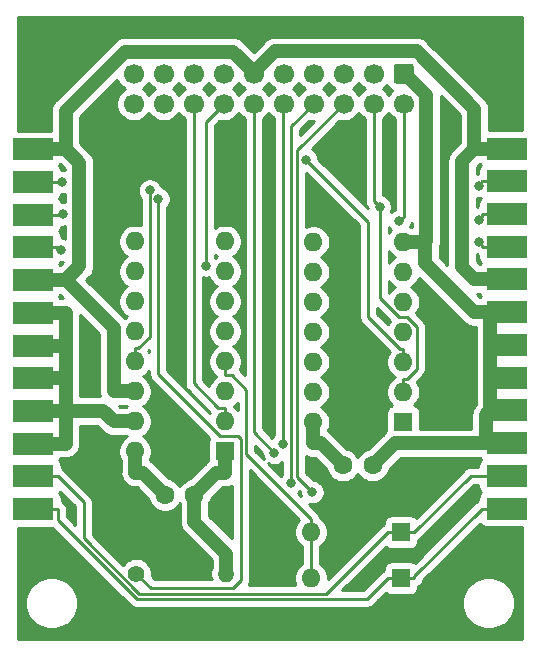
<source format=gbr>
%TF.GenerationSoftware,KiCad,Pcbnew,(5.1.9)-1*%
%TF.CreationDate,2021-05-02T21:25:19-04:00*%
%TF.ProjectId,A-Max,412d4d61-782e-46b6-9963-61645f706362,1.0*%
%TF.SameCoordinates,Original*%
%TF.FileFunction,Copper,L1,Top*%
%TF.FilePolarity,Positive*%
%FSLAX46Y46*%
G04 Gerber Fmt 4.6, Leading zero omitted, Abs format (unit mm)*
G04 Created by KiCad (PCBNEW (5.1.9)-1) date 2021-05-02 21:25:19*
%MOMM*%
%LPD*%
G01*
G04 APERTURE LIST*
%TA.AperFunction,ComponentPad*%
%ADD10C,1.600000*%
%TD*%
%TA.AperFunction,SMDPad,CuDef*%
%ADD11R,3.480000X1.846667*%
%TD*%
%TA.AperFunction,ComponentPad*%
%ADD12O,1.600000X1.600000*%
%TD*%
%TA.AperFunction,ComponentPad*%
%ADD13R,1.600000X1.600000*%
%TD*%
%TA.AperFunction,ComponentPad*%
%ADD14O,1.400000X1.400000*%
%TD*%
%TA.AperFunction,ComponentPad*%
%ADD15C,1.400000*%
%TD*%
%TA.AperFunction,ComponentPad*%
%ADD16C,1.700000*%
%TD*%
%TA.AperFunction,ViaPad*%
%ADD17C,0.800000*%
%TD*%
%TA.AperFunction,Conductor*%
%ADD18C,1.200000*%
%TD*%
%TA.AperFunction,Conductor*%
%ADD19C,0.250000*%
%TD*%
%TA.AperFunction,NonConductor*%
%ADD20C,0.254000*%
%TD*%
%TA.AperFunction,NonConductor*%
%ADD21C,0.100000*%
%TD*%
G04 APERTURE END LIST*
D10*
%TO.P,C2,2*%
%TO.N,GND*%
X147158000Y-116343000D03*
%TO.P,C2,1*%
%TO.N,+5V*%
X144658000Y-116343000D03*
%TD*%
%TO.P,C1,2*%
%TO.N,GND*%
X132078000Y-118833000D03*
%TO.P,C1,1*%
%TO.N,+5V*%
X129578000Y-118833000D03*
%TD*%
D11*
%TO.P,J1,12*%
%TO.N,+5V*%
X118444000Y-89580000D03*
%TO.P,J1,11*%
%TO.N,_CHNG*%
X118444000Y-92350000D03*
%TO.P,J1,10*%
%TO.N,_DRES*%
X118444000Y-95120000D03*
%TO.P,J1,9*%
%TO.N,_SEL3*%
X118444000Y-97890000D03*
%TO.P,J1,8*%
%TO.N,+5V*%
X118444000Y-100660000D03*
%TO.P,J1,7*%
%TO.N,GND*%
X118444000Y-103430000D03*
%TO.P,J1,6*%
X118444000Y-106200000D03*
%TO.P,J1,5*%
X118444000Y-108970000D03*
%TO.P,J1,4*%
X118444000Y-111740000D03*
%TO.P,J1,3*%
X118444000Y-114510000D03*
%TO.P,J1,2*%
%TO.N,/_DKRD*%
X118444000Y-117280000D03*
%TO.P,J1,1*%
%TO.N,/_RDY*%
X118444000Y-120050000D03*
%TD*%
%TO.P,J3,1*%
%TO.N,/_RDY*%
X158500000Y-119996000D03*
%TO.P,J3,2*%
%TO.N,/_DKRD*%
X158500000Y-117226000D03*
%TO.P,J3,3*%
%TO.N,GND*%
X158500000Y-114456000D03*
%TO.P,J3,4*%
X158500000Y-111686000D03*
%TO.P,J3,5*%
X158500000Y-108916000D03*
%TO.P,J3,6*%
X158500000Y-106146000D03*
%TO.P,J3,7*%
X158500000Y-103376000D03*
%TO.P,J3,8*%
%TO.N,+5V*%
X158500000Y-100606000D03*
%TO.P,J3,9*%
%TO.N,_SEL2*%
X158500000Y-97836000D03*
%TO.P,J3,10*%
%TO.N,_DRES*%
X158500000Y-95066000D03*
%TO.P,J3,11*%
%TO.N,_CHNG*%
X158500000Y-92296000D03*
%TO.P,J3,12*%
%TO.N,+5V*%
X158500000Y-89526000D03*
%TD*%
D12*
%TO.P,D1,2*%
%TO.N,Net-(D1-Pad2)*%
X141948000Y-125893000D03*
D13*
%TO.P,D1,1*%
%TO.N,/_RDY*%
X149568000Y-125893000D03*
%TD*%
D14*
%TO.P,R460,2*%
%TO.N,GND*%
X134771000Y-125511000D03*
D15*
%TO.P,R460,1*%
%TO.N,_SEL2*%
X127151000Y-125511000D03*
%TD*%
D12*
%TO.P,D2,2*%
%TO.N,Net-(D1-Pad2)*%
X141948000Y-121993000D03*
D13*
%TO.P,D2,1*%
%TO.N,/_DKRD*%
X149568000Y-121993000D03*
%TD*%
D16*
%TO.P,J2,20*%
%TO.N,Net-(J2-Pad20)*%
X126940000Y-85733000D03*
%TO.P,J2,18*%
%TO.N,WR*%
X129480000Y-85733000D03*
%TO.P,J2,16*%
%TO.N,RD*%
X132020000Y-85733000D03*
%TO.P,J2,14*%
%TO.N,_Enbl2*%
X134560000Y-85733000D03*
%TO.P,J2,12*%
%TO.N,_TKO*%
X137100000Y-85733000D03*
%TO.P,J2,10*%
%TO.N,_DKWE*%
X139640000Y-85733000D03*
%TO.P,J2,8*%
%TO.N,_WPRO*%
X142180000Y-85733000D03*
%TO.P,J2,6*%
%TO.N,_SIDE*%
X144720000Y-85733000D03*
%TO.P,J2,4*%
%TO.N,DIR*%
X147260000Y-85733000D03*
%TO.P,J2,2*%
%TO.N,_STEP*%
X149800000Y-85733000D03*
%TO.P,J2,19*%
%TO.N,Net-(J2-Pad19)*%
X126940000Y-83193000D03*
%TO.P,J2,17*%
%TO.N,Net-(J2-Pad17)*%
X129480000Y-83193000D03*
%TO.P,J2,15*%
%TO.N,+12V*%
X132020000Y-83193000D03*
%TO.P,J2,13*%
X134560000Y-83193000D03*
%TO.P,J2,11*%
%TO.N,+5V*%
X137100000Y-83193000D03*
%TO.P,J2,9*%
%TO.N,Net-(J2-Pad9)*%
X139640000Y-83193000D03*
%TO.P,J2,7*%
%TO.N,GND*%
X142180000Y-83193000D03*
%TO.P,J2,5*%
X144720000Y-83193000D03*
%TO.P,J2,3*%
X147260000Y-83193000D03*
%TO.P,J2,1*%
%TA.AperFunction,ComponentPad*%
G36*
G01*
X149200000Y-82343000D02*
X150400000Y-82343000D01*
G75*
G02*
X150650000Y-82593000I0J-250000D01*
G01*
X150650000Y-83793000D01*
G75*
G02*
X150400000Y-84043000I-250000J0D01*
G01*
X149200000Y-84043000D01*
G75*
G02*
X148950000Y-83793000I0J250000D01*
G01*
X148950000Y-82593000D01*
G75*
G02*
X149200000Y-82343000I250000J0D01*
G01*
G37*
%TD.AperFunction*%
%TD*%
D12*
%TO.P,U2,14*%
%TO.N,+5V*%
X142137000Y-112684000D03*
%TO.P,U2,7*%
%TO.N,GND*%
X149757000Y-97444000D03*
%TO.P,U2,13*%
%TO.N,Net-(U2-Pad13)*%
X142137000Y-110144000D03*
%TO.P,U2,6*%
%TO.N,Net-(U2-Pad6)*%
X149757000Y-99984000D03*
%TO.P,U2,12*%
%TO.N,Net-(U2-Pad12)*%
X142137000Y-107604000D03*
%TO.P,U2,5*%
%TO.N,Net-(U2-Pad5)*%
X149757000Y-102524000D03*
%TO.P,U2,11*%
%TO.N,Net-(U2-Pad11)*%
X142137000Y-105064000D03*
%TO.P,U2,4*%
%TO.N,Net-(U2-Pad4)*%
X149757000Y-105064000D03*
%TO.P,U2,10*%
%TO.N,Net-(U2-Pad10)*%
X142137000Y-102524000D03*
%TO.P,U2,3*%
%TO.N,WR*%
X149757000Y-107604000D03*
%TO.P,U2,9*%
%TO.N,Net-(U2-Pad9)*%
X142137000Y-99984000D03*
%TO.P,U2,2*%
%TO.N,DIR*%
X149757000Y-110144000D03*
%TO.P,U2,8*%
%TO.N,Net-(U2-Pad8)*%
X142137000Y-97444000D03*
D13*
%TO.P,U2,1*%
%TO.N,_DKWD*%
X149757000Y-112684000D03*
%TD*%
D12*
%TO.P,U1,16*%
%TO.N,+5V*%
X127054000Y-115168000D03*
%TO.P,U1,8*%
%TO.N,GND*%
X134674000Y-97388000D03*
%TO.P,U1,15*%
X127054000Y-112628000D03*
%TO.P,U1,7*%
%TO.N,Net-(U1-Pad7)*%
X134674000Y-99928000D03*
%TO.P,U1,14*%
%TO.N,+5V*%
X127054000Y-110088000D03*
%TO.P,U1,6*%
%TO.N,Net-(U1-Pad6)*%
X134674000Y-102468000D03*
%TO.P,U1,13*%
%TO.N,_SEL1*%
X127054000Y-107548000D03*
%TO.P,U1,5*%
%TO.N,Net-(U1-Pad5)*%
X134674000Y-105008000D03*
%TO.P,U1,12*%
%TO.N,_Enbl2*%
X127054000Y-105008000D03*
%TO.P,U1,4*%
%TO.N,Net-(D1-Pad2)*%
X134674000Y-107548000D03*
%TO.P,U1,11*%
%TO.N,Net-(U1-Pad11)*%
X127054000Y-102468000D03*
%TO.P,U1,3*%
%TO.N,GND*%
X134674000Y-110088000D03*
%TO.P,U1,10*%
%TO.N,Net-(U1-Pad10)*%
X127054000Y-99928000D03*
%TO.P,U1,2*%
%TO.N,RD*%
X134674000Y-112628000D03*
%TO.P,U1,9*%
%TO.N,Net-(U1-Pad9)*%
X127054000Y-97388000D03*
D13*
%TO.P,U1,1*%
%TO.N,GND*%
X134674000Y-115168000D03*
%TD*%
D17*
%TO.N,_SEL1*%
X128295200Y-93062100D03*
%TO.N,_SEL3*%
X120795100Y-98128800D03*
%TO.N,DIR*%
X147765800Y-94474000D03*
%TO.N,_STEP*%
X149437400Y-95638300D03*
%TO.N,_DKWE*%
X139561800Y-114500400D03*
%TO.N,_TKO*%
X138848500Y-115276000D03*
%TO.N,_WPRO*%
X140275000Y-117813200D03*
%TO.N,_SIDE*%
X142072300Y-118611000D03*
%TO.N,_CHNG*%
X120873700Y-92350000D03*
X156131600Y-92672500D03*
%TO.N,_DRES*%
X120938400Y-95096000D03*
X156140100Y-95596900D03*
%TO.N,_SEL2*%
X156134800Y-97413200D03*
X129023700Y-93786200D03*
%TO.N,WR*%
X141539700Y-90450000D03*
%TO.N,_Enbl2*%
X133032900Y-99427900D03*
%TD*%
D18*
%TO.N,+5V*%
X155759700Y-89526000D02*
X154729100Y-90556600D01*
X154729100Y-90556600D02*
X154729100Y-99575400D01*
X154729100Y-99575400D02*
X155759700Y-100606000D01*
X137100000Y-83077200D02*
X138879200Y-81298000D01*
X138879200Y-81298000D02*
X150880600Y-81298000D01*
X150880600Y-81298000D02*
X155759700Y-86177100D01*
X155759700Y-86177100D02*
X155759700Y-89526000D01*
X158500000Y-100606000D02*
X155759700Y-100606000D01*
X137100000Y-83077200D02*
X135326700Y-81303900D01*
X135326700Y-81303900D02*
X126190200Y-81303900D01*
X126190200Y-81303900D02*
X121184300Y-86309800D01*
X121184300Y-86309800D02*
X121184300Y-89580000D01*
X137100000Y-83193000D02*
X137100000Y-83077200D01*
X158500000Y-89526000D02*
X155759700Y-89526000D01*
X127054000Y-115168000D02*
X127054000Y-116968300D01*
X127054000Y-116968300D02*
X127713300Y-116968300D01*
X127713300Y-116968300D02*
X129578000Y-118833000D01*
X121184300Y-100660000D02*
X122338700Y-99505600D01*
X122338700Y-99505600D02*
X122338700Y-90734400D01*
X122338700Y-90734400D02*
X121184300Y-89580000D01*
X125253700Y-110088000D02*
X125253700Y-104729400D01*
X125253700Y-104729400D02*
X121184300Y-100660000D01*
X118444000Y-89580000D02*
X121184300Y-89580000D01*
X118444000Y-100660000D02*
X121184300Y-100660000D01*
X127054000Y-110088000D02*
X125253700Y-110088000D01*
X142137000Y-112684000D02*
X142137000Y-114484300D01*
X144658000Y-116343000D02*
X142799300Y-114484300D01*
X142799300Y-114484300D02*
X142137000Y-114484300D01*
%TO.N,GND*%
X157129900Y-103376000D02*
X155759700Y-103376000D01*
X158500000Y-103376000D02*
X157129900Y-103376000D01*
X157129900Y-103376000D02*
X157129900Y-106146000D01*
X151628100Y-97444000D02*
X151628100Y-99244400D01*
X151628100Y-99244400D02*
X155759700Y-103376000D01*
X149800000Y-83193000D02*
X149918100Y-83193000D01*
X149918100Y-83193000D02*
X151698800Y-84973700D01*
X151698800Y-84973700D02*
X151698800Y-97373300D01*
X151698800Y-97373300D02*
X151628100Y-97444000D01*
X151557300Y-97444000D02*
X151628100Y-97444000D01*
X158500000Y-106146000D02*
X157129900Y-106146000D01*
X157129900Y-106146000D02*
X157129900Y-108916000D01*
X158500000Y-108916000D02*
X157129900Y-108916000D01*
X157129900Y-108916000D02*
X157129900Y-111686000D01*
X157129900Y-111686000D02*
X156765100Y-112050800D01*
X156765100Y-112050800D02*
X156765100Y-114456000D01*
X158500000Y-111686000D02*
X157129900Y-111686000D01*
X156765100Y-114456000D02*
X156736700Y-114484400D01*
X156736700Y-114484400D02*
X149016600Y-114484400D01*
X149016600Y-114484400D02*
X147158000Y-116343000D01*
X158500000Y-114456000D02*
X156765100Y-114456000D01*
X127054000Y-112628000D02*
X125253700Y-112628000D01*
X125253700Y-112628000D02*
X124365700Y-111740000D01*
X124365700Y-111740000D02*
X121184300Y-111740000D01*
X118444000Y-103430000D02*
X121184300Y-103430000D01*
X118444000Y-106200000D02*
X121184300Y-106200000D01*
X118444000Y-108970000D02*
X121184300Y-108970000D01*
X121184300Y-111740000D02*
X121184300Y-108970000D01*
X118444000Y-114510000D02*
X121184300Y-114510000D01*
X118444000Y-111740000D02*
X121184300Y-111740000D01*
X121184300Y-114510000D02*
X121184300Y-111740000D01*
X121184300Y-106200000D02*
X121184300Y-103430000D01*
X121184300Y-108970000D02*
X121184300Y-106200000D01*
X134771000Y-125511000D02*
X134771000Y-123810700D01*
X134771000Y-123810700D02*
X132078000Y-121117700D01*
X132078000Y-121117700D02*
X132078000Y-118833000D01*
X149757000Y-97444000D02*
X151557300Y-97444000D01*
X134674000Y-115168000D02*
X134674000Y-116968300D01*
X134674000Y-116968300D02*
X133942700Y-116968300D01*
X133942700Y-116968300D02*
X132078000Y-118833000D01*
D19*
%TO.N,_SEL1*%
X127054000Y-107548000D02*
X127054000Y-106422700D01*
X127054000Y-106422700D02*
X127335300Y-106422700D01*
X127335300Y-106422700D02*
X128295200Y-105462800D01*
X128295200Y-105462800D02*
X128295200Y-93062100D01*
%TO.N,_SEL3*%
X120795100Y-98128800D02*
X120748100Y-98128800D01*
X120748100Y-98128800D02*
X120509300Y-97890000D01*
X118444000Y-97890000D02*
X120509300Y-97890000D01*
%TO.N,DIR*%
X149757000Y-109018700D02*
X150038300Y-109018700D01*
X150038300Y-109018700D02*
X150896300Y-108160700D01*
X150896300Y-108160700D02*
X150896300Y-104608400D01*
X150896300Y-104608400D02*
X150081900Y-103794000D01*
X150081900Y-103794000D02*
X149392900Y-103794000D01*
X149392900Y-103794000D02*
X147765800Y-102166900D01*
X147765800Y-102166900D02*
X147765800Y-94474000D01*
X147765800Y-94474000D02*
X147260000Y-93968200D01*
X147260000Y-93968200D02*
X147260000Y-85733000D01*
X149757000Y-110144000D02*
X149757000Y-109018700D01*
%TO.N,_STEP*%
X149800000Y-85733000D02*
X149800000Y-95275700D01*
X149800000Y-95275700D02*
X149437400Y-95638300D01*
%TO.N,_DKWE*%
X139640000Y-85733000D02*
X139561800Y-85811200D01*
X139561800Y-85811200D02*
X139561800Y-114500400D01*
%TO.N,_TKO*%
X137100000Y-85733000D02*
X137100000Y-113527500D01*
X137100000Y-113527500D02*
X138848500Y-115276000D01*
%TO.N,_WPRO*%
X140275000Y-117813200D02*
X140287100Y-117801100D01*
X140287100Y-117801100D02*
X140287100Y-87625900D01*
X140287100Y-87625900D02*
X142180000Y-85733000D01*
%TO.N,_SIDE*%
X144720000Y-85733000D02*
X140803200Y-89649800D01*
X140803200Y-89649800D02*
X140803200Y-117288700D01*
X140803200Y-117288700D02*
X142072300Y-118557800D01*
X142072300Y-118557800D02*
X142072300Y-118611000D01*
%TO.N,_CHNG*%
X156434700Y-92296000D02*
X156131600Y-92599100D01*
X156131600Y-92599100D02*
X156131600Y-92672500D01*
X120509300Y-92350000D02*
X120873700Y-92350000D01*
X158500000Y-92296000D02*
X156434700Y-92296000D01*
X118444000Y-92350000D02*
X120509300Y-92350000D01*
%TO.N,_DRES*%
X156434700Y-95066000D02*
X156434700Y-95302300D01*
X156434700Y-95302300D02*
X156140100Y-95596900D01*
X158500000Y-95066000D02*
X156434700Y-95066000D01*
X118444000Y-95120000D02*
X120509300Y-95120000D01*
X120938400Y-95096000D02*
X120533300Y-95096000D01*
X120533300Y-95096000D02*
X120509300Y-95120000D01*
%TO.N,_SEL2*%
X156434700Y-97836000D02*
X156434700Y-97713100D01*
X156434700Y-97713100D02*
X156134800Y-97413200D01*
X158500000Y-97836000D02*
X156434700Y-97836000D01*
X127151000Y-125511000D02*
X128387100Y-126747100D01*
X128387100Y-126747100D02*
X135337200Y-126747100D01*
X135337200Y-126747100D02*
X135999400Y-126084900D01*
X135999400Y-126084900D02*
X135999400Y-114102100D01*
X135999400Y-114102100D02*
X135739900Y-113842600D01*
X135739900Y-113842600D02*
X134244400Y-113842600D01*
X134244400Y-113842600D02*
X129023800Y-108622000D01*
X129023800Y-108622000D02*
X129023800Y-93786200D01*
X129023800Y-93786200D02*
X129023700Y-93786200D01*
%TO.N,/_DKRD*%
X118444000Y-117280000D02*
X120509300Y-117280000D01*
X149568000Y-121993000D02*
X148442700Y-121993000D01*
X148442700Y-121993000D02*
X143238200Y-127197500D01*
X143238200Y-127197500D02*
X127387400Y-127197500D01*
X127387400Y-127197500D02*
X122715600Y-122525700D01*
X122715600Y-122525700D02*
X122715600Y-119486300D01*
X122715600Y-119486300D02*
X120509300Y-117280000D01*
X150130700Y-121993000D02*
X149568000Y-121993000D01*
X150130700Y-121993000D02*
X150693300Y-121993000D01*
X150693300Y-121993000D02*
X155460300Y-117226000D01*
X155460300Y-117226000D02*
X158500000Y-117226000D01*
%TO.N,/_RDY*%
X149568000Y-125893000D02*
X150693300Y-125893000D01*
X158500000Y-119996000D02*
X156434700Y-119996000D01*
X150693300Y-125893000D02*
X150693300Y-125737400D01*
X150693300Y-125737400D02*
X156434700Y-119996000D01*
X149005400Y-125893000D02*
X149568000Y-125893000D01*
X149005400Y-125893000D02*
X148442700Y-125893000D01*
X118444000Y-120050000D02*
X120509300Y-120050000D01*
X148442700Y-125893000D02*
X146676600Y-127659100D01*
X146676600Y-127659100D02*
X127181900Y-127659100D01*
X127181900Y-127659100D02*
X120509300Y-120986500D01*
X120509300Y-120986500D02*
X120509300Y-120050000D01*
%TO.N,WR*%
X149757000Y-107604000D02*
X149757000Y-106478700D01*
X149757000Y-106478700D02*
X149475700Y-106478700D01*
X149475700Y-106478700D02*
X146809600Y-103812600D01*
X146809600Y-103812600D02*
X146809600Y-95719900D01*
X146809600Y-95719900D02*
X141539700Y-90450000D01*
%TO.N,RD*%
X134674000Y-112628000D02*
X134674000Y-111502700D01*
X134674000Y-111502700D02*
X134111400Y-111502700D01*
X134111400Y-111502700D02*
X132020000Y-109411300D01*
X132020000Y-109411300D02*
X132020000Y-85733000D01*
%TO.N,_Enbl2*%
X133032900Y-99427900D02*
X133032900Y-87260100D01*
X133032900Y-87260100D02*
X134560000Y-85733000D01*
%TO.N,Net-(D1-Pad2)*%
X141948000Y-121993000D02*
X141948000Y-120867700D01*
X134674000Y-107548000D02*
X134674000Y-108673300D01*
X134674000Y-108673300D02*
X135236600Y-108673300D01*
X135236600Y-108673300D02*
X136483800Y-109920500D01*
X136483800Y-109920500D02*
X136483800Y-115403500D01*
X136483800Y-115403500D02*
X141948000Y-120867700D01*
X141948000Y-121993000D02*
X141948000Y-125893000D01*
%TD*%
D20*
X156308815Y-121370518D02*
X156405506Y-121449870D01*
X156515820Y-121508835D01*
X156635518Y-121545145D01*
X156760000Y-121557405D01*
X159820140Y-121557405D01*
X159822815Y-131032960D01*
X117142814Y-131032960D01*
X117141896Y-127779872D01*
X117765000Y-127779872D01*
X117765000Y-128220128D01*
X117850890Y-128651925D01*
X118019369Y-129058669D01*
X118263962Y-129424729D01*
X118575271Y-129736038D01*
X118941331Y-129980631D01*
X119348075Y-130149110D01*
X119779872Y-130235000D01*
X120220128Y-130235000D01*
X120651925Y-130149110D01*
X121058669Y-129980631D01*
X121424729Y-129736038D01*
X121736038Y-129424729D01*
X121980631Y-129058669D01*
X122149110Y-128651925D01*
X122235000Y-128220128D01*
X122235000Y-127779872D01*
X122149110Y-127348075D01*
X121980631Y-126941331D01*
X121736038Y-126575271D01*
X121424729Y-126263962D01*
X121058669Y-126019369D01*
X120651925Y-125850890D01*
X120220128Y-125765000D01*
X119779872Y-125765000D01*
X119348075Y-125850890D01*
X118941331Y-126019369D01*
X118575271Y-126263962D01*
X118263962Y-126575271D01*
X118019369Y-126941331D01*
X117850890Y-127348075D01*
X117765000Y-127779872D01*
X117141896Y-127779872D01*
X117140155Y-121611405D01*
X120059404Y-121611405D01*
X126618105Y-128170108D01*
X126641899Y-128199101D01*
X126670892Y-128222895D01*
X126670896Y-128222899D01*
X126741585Y-128280911D01*
X126757624Y-128294074D01*
X126889653Y-128364646D01*
X127032914Y-128408103D01*
X127144567Y-128419100D01*
X127144576Y-128419100D01*
X127181899Y-128422776D01*
X127219222Y-128419100D01*
X146639278Y-128419100D01*
X146676600Y-128422776D01*
X146713922Y-128419100D01*
X146713933Y-128419100D01*
X146825586Y-128408103D01*
X146968847Y-128364646D01*
X147100876Y-128294074D01*
X147216601Y-128199101D01*
X147240404Y-128170097D01*
X147630629Y-127779872D01*
X154765000Y-127779872D01*
X154765000Y-128220128D01*
X154850890Y-128651925D01*
X155019369Y-129058669D01*
X155263962Y-129424729D01*
X155575271Y-129736038D01*
X155941331Y-129980631D01*
X156348075Y-130149110D01*
X156779872Y-130235000D01*
X157220128Y-130235000D01*
X157651925Y-130149110D01*
X158058669Y-129980631D01*
X158424729Y-129736038D01*
X158736038Y-129424729D01*
X158980631Y-129058669D01*
X159149110Y-128651925D01*
X159235000Y-128220128D01*
X159235000Y-127779872D01*
X159149110Y-127348075D01*
X158980631Y-126941331D01*
X158736038Y-126575271D01*
X158424729Y-126263962D01*
X158058669Y-126019369D01*
X157651925Y-125850890D01*
X157220128Y-125765000D01*
X156779872Y-125765000D01*
X156348075Y-125850890D01*
X155941331Y-126019369D01*
X155575271Y-126263962D01*
X155263962Y-126575271D01*
X155019369Y-126941331D01*
X154850890Y-127348075D01*
X154765000Y-127779872D01*
X147630629Y-127779872D01*
X148294053Y-127116449D01*
X148316815Y-127144185D01*
X148413506Y-127223537D01*
X148523820Y-127282502D01*
X148643518Y-127318812D01*
X148768000Y-127331072D01*
X150368000Y-127331072D01*
X150492482Y-127318812D01*
X150612180Y-127282502D01*
X150722494Y-127223537D01*
X150819185Y-127144185D01*
X150898537Y-127047494D01*
X150957502Y-126937180D01*
X150993812Y-126817482D01*
X151006072Y-126693000D01*
X151006072Y-126587575D01*
X151117576Y-126527974D01*
X151233301Y-126433001D01*
X151328274Y-126317276D01*
X151398846Y-126185247D01*
X151433067Y-126072434D01*
X156230460Y-121275042D01*
X156308815Y-121370518D01*
%TA.AperFunction,NonConductor*%
D21*
G36*
X156308815Y-121370518D02*
G01*
X156405506Y-121449870D01*
X156515820Y-121508835D01*
X156635518Y-121545145D01*
X156760000Y-121557405D01*
X159820140Y-121557405D01*
X159822815Y-131032960D01*
X117142814Y-131032960D01*
X117141896Y-127779872D01*
X117765000Y-127779872D01*
X117765000Y-128220128D01*
X117850890Y-128651925D01*
X118019369Y-129058669D01*
X118263962Y-129424729D01*
X118575271Y-129736038D01*
X118941331Y-129980631D01*
X119348075Y-130149110D01*
X119779872Y-130235000D01*
X120220128Y-130235000D01*
X120651925Y-130149110D01*
X121058669Y-129980631D01*
X121424729Y-129736038D01*
X121736038Y-129424729D01*
X121980631Y-129058669D01*
X122149110Y-128651925D01*
X122235000Y-128220128D01*
X122235000Y-127779872D01*
X122149110Y-127348075D01*
X121980631Y-126941331D01*
X121736038Y-126575271D01*
X121424729Y-126263962D01*
X121058669Y-126019369D01*
X120651925Y-125850890D01*
X120220128Y-125765000D01*
X119779872Y-125765000D01*
X119348075Y-125850890D01*
X118941331Y-126019369D01*
X118575271Y-126263962D01*
X118263962Y-126575271D01*
X118019369Y-126941331D01*
X117850890Y-127348075D01*
X117765000Y-127779872D01*
X117141896Y-127779872D01*
X117140155Y-121611405D01*
X120059404Y-121611405D01*
X126618105Y-128170108D01*
X126641899Y-128199101D01*
X126670892Y-128222895D01*
X126670896Y-128222899D01*
X126741585Y-128280911D01*
X126757624Y-128294074D01*
X126889653Y-128364646D01*
X127032914Y-128408103D01*
X127144567Y-128419100D01*
X127144576Y-128419100D01*
X127181899Y-128422776D01*
X127219222Y-128419100D01*
X146639278Y-128419100D01*
X146676600Y-128422776D01*
X146713922Y-128419100D01*
X146713933Y-128419100D01*
X146825586Y-128408103D01*
X146968847Y-128364646D01*
X147100876Y-128294074D01*
X147216601Y-128199101D01*
X147240404Y-128170097D01*
X147630629Y-127779872D01*
X154765000Y-127779872D01*
X154765000Y-128220128D01*
X154850890Y-128651925D01*
X155019369Y-129058669D01*
X155263962Y-129424729D01*
X155575271Y-129736038D01*
X155941331Y-129980631D01*
X156348075Y-130149110D01*
X156779872Y-130235000D01*
X157220128Y-130235000D01*
X157651925Y-130149110D01*
X158058669Y-129980631D01*
X158424729Y-129736038D01*
X158736038Y-129424729D01*
X158980631Y-129058669D01*
X159149110Y-128651925D01*
X159235000Y-128220128D01*
X159235000Y-127779872D01*
X159149110Y-127348075D01*
X158980631Y-126941331D01*
X158736038Y-126575271D01*
X158424729Y-126263962D01*
X158058669Y-126019369D01*
X157651925Y-125850890D01*
X157220128Y-125765000D01*
X156779872Y-125765000D01*
X156348075Y-125850890D01*
X155941331Y-126019369D01*
X155575271Y-126263962D01*
X155263962Y-126575271D01*
X155019369Y-126941331D01*
X154850890Y-127348075D01*
X154765000Y-127779872D01*
X147630629Y-127779872D01*
X148294053Y-127116449D01*
X148316815Y-127144185D01*
X148413506Y-127223537D01*
X148523820Y-127282502D01*
X148643518Y-127318812D01*
X148768000Y-127331072D01*
X150368000Y-127331072D01*
X150492482Y-127318812D01*
X150612180Y-127282502D01*
X150722494Y-127223537D01*
X150819185Y-127144185D01*
X150898537Y-127047494D01*
X150957502Y-126937180D01*
X150993812Y-126817482D01*
X151006072Y-126693000D01*
X151006072Y-126587575D01*
X151117576Y-126527974D01*
X151233301Y-126433001D01*
X151328274Y-126317276D01*
X151398846Y-126185247D01*
X151433067Y-126072434D01*
X156230460Y-121275042D01*
X156308815Y-121370518D01*
G37*
%TD.AperFunction*%
D20*
X156121928Y-118149333D02*
X156134188Y-118273815D01*
X156170498Y-118393513D01*
X156229463Y-118503827D01*
X156308815Y-118600518D01*
X156321587Y-118611000D01*
X156308815Y-118621482D01*
X156229463Y-118718173D01*
X156170498Y-118828487D01*
X156134188Y-118948185D01*
X156121928Y-119072667D01*
X156121928Y-119301425D01*
X156010424Y-119361026D01*
X155894699Y-119455999D01*
X155870901Y-119484997D01*
X150761459Y-124594440D01*
X150722494Y-124562463D01*
X150612180Y-124503498D01*
X150492482Y-124467188D01*
X150368000Y-124454928D01*
X148768000Y-124454928D01*
X148643518Y-124467188D01*
X148523820Y-124503498D01*
X148413506Y-124562463D01*
X148316815Y-124641815D01*
X148237463Y-124738506D01*
X148178498Y-124848820D01*
X148142188Y-124968518D01*
X148129928Y-125093000D01*
X148129928Y-125198425D01*
X148018424Y-125258026D01*
X147902699Y-125352999D01*
X147878901Y-125381997D01*
X146361799Y-126899100D01*
X144611401Y-126899100D01*
X148294053Y-123216450D01*
X148316815Y-123244185D01*
X148413506Y-123323537D01*
X148523820Y-123382502D01*
X148643518Y-123418812D01*
X148768000Y-123431072D01*
X150368000Y-123431072D01*
X150492482Y-123418812D01*
X150612180Y-123382502D01*
X150722494Y-123323537D01*
X150819185Y-123244185D01*
X150898537Y-123147494D01*
X150957502Y-123037180D01*
X150993812Y-122917482D01*
X151006072Y-122793000D01*
X151006072Y-122687575D01*
X151117576Y-122627974D01*
X151233301Y-122533001D01*
X151257104Y-122503997D01*
X155775102Y-117986000D01*
X156121928Y-117986000D01*
X156121928Y-118149333D01*
%TA.AperFunction,NonConductor*%
D21*
G36*
X156121928Y-118149333D02*
G01*
X156134188Y-118273815D01*
X156170498Y-118393513D01*
X156229463Y-118503827D01*
X156308815Y-118600518D01*
X156321587Y-118611000D01*
X156308815Y-118621482D01*
X156229463Y-118718173D01*
X156170498Y-118828487D01*
X156134188Y-118948185D01*
X156121928Y-119072667D01*
X156121928Y-119301425D01*
X156010424Y-119361026D01*
X155894699Y-119455999D01*
X155870901Y-119484997D01*
X150761459Y-124594440D01*
X150722494Y-124562463D01*
X150612180Y-124503498D01*
X150492482Y-124467188D01*
X150368000Y-124454928D01*
X148768000Y-124454928D01*
X148643518Y-124467188D01*
X148523820Y-124503498D01*
X148413506Y-124562463D01*
X148316815Y-124641815D01*
X148237463Y-124738506D01*
X148178498Y-124848820D01*
X148142188Y-124968518D01*
X148129928Y-125093000D01*
X148129928Y-125198425D01*
X148018424Y-125258026D01*
X147902699Y-125352999D01*
X147878901Y-125381997D01*
X146361799Y-126899100D01*
X144611401Y-126899100D01*
X148294053Y-123216450D01*
X148316815Y-123244185D01*
X148413506Y-123323537D01*
X148523820Y-123382502D01*
X148643518Y-123418812D01*
X148768000Y-123431072D01*
X150368000Y-123431072D01*
X150492482Y-123418812D01*
X150612180Y-123382502D01*
X150722494Y-123323537D01*
X150819185Y-123244185D01*
X150898537Y-123147494D01*
X150957502Y-123037180D01*
X150993812Y-122917482D01*
X151006072Y-122793000D01*
X151006072Y-122687575D01*
X151117576Y-122627974D01*
X151233301Y-122533001D01*
X151257104Y-122503997D01*
X155775102Y-117986000D01*
X156121928Y-117986000D01*
X156121928Y-118149333D01*
G37*
%TD.AperFunction*%
D20*
X140958551Y-120953053D02*
X140833363Y-121078241D01*
X140676320Y-121313273D01*
X140568147Y-121574426D01*
X140513000Y-121851665D01*
X140513000Y-122134335D01*
X140568147Y-122411574D01*
X140676320Y-122672727D01*
X140833363Y-122907759D01*
X141033241Y-123107637D01*
X141188000Y-123211044D01*
X141188001Y-124674956D01*
X141033241Y-124778363D01*
X140833363Y-124978241D01*
X140676320Y-125213273D01*
X140568147Y-125474426D01*
X140513000Y-125751665D01*
X140513000Y-126034335D01*
X140568147Y-126311574D01*
X140620307Y-126437500D01*
X136672686Y-126437500D01*
X136704946Y-126377147D01*
X136748403Y-126233886D01*
X136759400Y-126122233D01*
X136759400Y-126122224D01*
X136763076Y-126084901D01*
X136759400Y-126047578D01*
X136759400Y-116753901D01*
X140958551Y-120953053D01*
%TA.AperFunction,NonConductor*%
D21*
G36*
X140958551Y-120953053D02*
G01*
X140833363Y-121078241D01*
X140676320Y-121313273D01*
X140568147Y-121574426D01*
X140513000Y-121851665D01*
X140513000Y-122134335D01*
X140568147Y-122411574D01*
X140676320Y-122672727D01*
X140833363Y-122907759D01*
X141033241Y-123107637D01*
X141188000Y-123211044D01*
X141188001Y-124674956D01*
X141033241Y-124778363D01*
X140833363Y-124978241D01*
X140676320Y-125213273D01*
X140568147Y-125474426D01*
X140513000Y-125751665D01*
X140513000Y-126034335D01*
X140568147Y-126311574D01*
X140620307Y-126437500D01*
X136672686Y-126437500D01*
X136704946Y-126377147D01*
X136748403Y-126233886D01*
X136759400Y-126122233D01*
X136759400Y-126122224D01*
X136763076Y-126084901D01*
X136759400Y-126047578D01*
X136759400Y-116753901D01*
X140958551Y-120953053D01*
G37*
%TD.AperFunction*%
D20*
X124337521Y-113458374D02*
X124376198Y-113505502D01*
X124564251Y-113659833D01*
X124778799Y-113774511D01*
X124927922Y-113819747D01*
X125011598Y-113845130D01*
X125253700Y-113868975D01*
X125314365Y-113863000D01*
X126319377Y-113863000D01*
X126371759Y-113898000D01*
X126139241Y-114053363D01*
X125939363Y-114253241D01*
X125782320Y-114488273D01*
X125674147Y-114749426D01*
X125619000Y-115026665D01*
X125619000Y-115309335D01*
X125674147Y-115586574D01*
X125782320Y-115847727D01*
X125819000Y-115902623D01*
X125819000Y-116907635D01*
X125813025Y-116968300D01*
X125836870Y-117210402D01*
X125907489Y-117443201D01*
X126022167Y-117657749D01*
X126176498Y-117845802D01*
X126364551Y-118000133D01*
X126579099Y-118114811D01*
X126811898Y-118185430D01*
X126993335Y-118203300D01*
X127054000Y-118209275D01*
X127114665Y-118203300D01*
X127201747Y-118203300D01*
X128185266Y-119186820D01*
X128198147Y-119251574D01*
X128306320Y-119512727D01*
X128463363Y-119747759D01*
X128663241Y-119947637D01*
X128898273Y-120104680D01*
X129159426Y-120212853D01*
X129436665Y-120268000D01*
X129719335Y-120268000D01*
X129996574Y-120212853D01*
X130257727Y-120104680D01*
X130492759Y-119947637D01*
X130692637Y-119747759D01*
X130828000Y-119545173D01*
X130843001Y-119567624D01*
X130843000Y-121057034D01*
X130837025Y-121117700D01*
X130854190Y-121291976D01*
X130860870Y-121359801D01*
X130931489Y-121592600D01*
X131046167Y-121807148D01*
X131200498Y-121995202D01*
X131247625Y-122033878D01*
X133536000Y-124322254D01*
X133536000Y-125004033D01*
X133487304Y-125121595D01*
X133436000Y-125379514D01*
X133436000Y-125642486D01*
X133487304Y-125900405D01*
X133523214Y-125987100D01*
X128701903Y-125987100D01*
X128464645Y-125749843D01*
X128486000Y-125642486D01*
X128486000Y-125379514D01*
X128434696Y-125121595D01*
X128334061Y-124878641D01*
X128187962Y-124659987D01*
X128002013Y-124474038D01*
X127783359Y-124327939D01*
X127540405Y-124227304D01*
X127282486Y-124176000D01*
X127019514Y-124176000D01*
X126761595Y-124227304D01*
X126518641Y-124327939D01*
X126299987Y-124474038D01*
X126114038Y-124659987D01*
X126038196Y-124773494D01*
X123475600Y-122210899D01*
X123475600Y-119523622D01*
X123479276Y-119486299D01*
X123475600Y-119448976D01*
X123475600Y-119448967D01*
X123464603Y-119337314D01*
X123421146Y-119194053D01*
X123350574Y-119062024D01*
X123337411Y-119045985D01*
X123279399Y-118975296D01*
X123279395Y-118975292D01*
X123255601Y-118946299D01*
X123226608Y-118922505D01*
X121073104Y-116769002D01*
X121049301Y-116739999D01*
X120933576Y-116645026D01*
X120822072Y-116585425D01*
X120822072Y-116356667D01*
X120809812Y-116232185D01*
X120773502Y-116112487D01*
X120714537Y-116002173D01*
X120635185Y-115905482D01*
X120622413Y-115895000D01*
X120635185Y-115884518D01*
X120714537Y-115787827D01*
X120737429Y-115745000D01*
X121123635Y-115745000D01*
X121184300Y-115750975D01*
X121244965Y-115745000D01*
X121426402Y-115727130D01*
X121659201Y-115656511D01*
X121873749Y-115541833D01*
X122061802Y-115387502D01*
X122216133Y-115199449D01*
X122330811Y-114984901D01*
X122401430Y-114752102D01*
X122425275Y-114510000D01*
X122419300Y-114449335D01*
X122419300Y-112975000D01*
X123854147Y-112975000D01*
X124337521Y-113458374D01*
%TA.AperFunction,NonConductor*%
D21*
G36*
X124337521Y-113458374D02*
G01*
X124376198Y-113505502D01*
X124564251Y-113659833D01*
X124778799Y-113774511D01*
X124927922Y-113819747D01*
X125011598Y-113845130D01*
X125253700Y-113868975D01*
X125314365Y-113863000D01*
X126319377Y-113863000D01*
X126371759Y-113898000D01*
X126139241Y-114053363D01*
X125939363Y-114253241D01*
X125782320Y-114488273D01*
X125674147Y-114749426D01*
X125619000Y-115026665D01*
X125619000Y-115309335D01*
X125674147Y-115586574D01*
X125782320Y-115847727D01*
X125819000Y-115902623D01*
X125819000Y-116907635D01*
X125813025Y-116968300D01*
X125836870Y-117210402D01*
X125907489Y-117443201D01*
X126022167Y-117657749D01*
X126176498Y-117845802D01*
X126364551Y-118000133D01*
X126579099Y-118114811D01*
X126811898Y-118185430D01*
X126993335Y-118203300D01*
X127054000Y-118209275D01*
X127114665Y-118203300D01*
X127201747Y-118203300D01*
X128185266Y-119186820D01*
X128198147Y-119251574D01*
X128306320Y-119512727D01*
X128463363Y-119747759D01*
X128663241Y-119947637D01*
X128898273Y-120104680D01*
X129159426Y-120212853D01*
X129436665Y-120268000D01*
X129719335Y-120268000D01*
X129996574Y-120212853D01*
X130257727Y-120104680D01*
X130492759Y-119947637D01*
X130692637Y-119747759D01*
X130828000Y-119545173D01*
X130843001Y-119567624D01*
X130843000Y-121057034D01*
X130837025Y-121117700D01*
X130854190Y-121291976D01*
X130860870Y-121359801D01*
X130931489Y-121592600D01*
X131046167Y-121807148D01*
X131200498Y-121995202D01*
X131247625Y-122033878D01*
X133536000Y-124322254D01*
X133536000Y-125004033D01*
X133487304Y-125121595D01*
X133436000Y-125379514D01*
X133436000Y-125642486D01*
X133487304Y-125900405D01*
X133523214Y-125987100D01*
X128701903Y-125987100D01*
X128464645Y-125749843D01*
X128486000Y-125642486D01*
X128486000Y-125379514D01*
X128434696Y-125121595D01*
X128334061Y-124878641D01*
X128187962Y-124659987D01*
X128002013Y-124474038D01*
X127783359Y-124327939D01*
X127540405Y-124227304D01*
X127282486Y-124176000D01*
X127019514Y-124176000D01*
X126761595Y-124227304D01*
X126518641Y-124327939D01*
X126299987Y-124474038D01*
X126114038Y-124659987D01*
X126038196Y-124773494D01*
X123475600Y-122210899D01*
X123475600Y-119523622D01*
X123479276Y-119486299D01*
X123475600Y-119448976D01*
X123475600Y-119448967D01*
X123464603Y-119337314D01*
X123421146Y-119194053D01*
X123350574Y-119062024D01*
X123337411Y-119045985D01*
X123279399Y-118975296D01*
X123279395Y-118975292D01*
X123255601Y-118946299D01*
X123226608Y-118922505D01*
X121073104Y-116769002D01*
X121049301Y-116739999D01*
X120933576Y-116645026D01*
X120822072Y-116585425D01*
X120822072Y-116356667D01*
X120809812Y-116232185D01*
X120773502Y-116112487D01*
X120714537Y-116002173D01*
X120635185Y-115905482D01*
X120622413Y-115895000D01*
X120635185Y-115884518D01*
X120714537Y-115787827D01*
X120737429Y-115745000D01*
X121123635Y-115745000D01*
X121184300Y-115750975D01*
X121244965Y-115745000D01*
X121426402Y-115727130D01*
X121659201Y-115656511D01*
X121873749Y-115541833D01*
X122061802Y-115387502D01*
X122216133Y-115199449D01*
X122330811Y-114984901D01*
X122401430Y-114752102D01*
X122425275Y-114510000D01*
X122419300Y-114449335D01*
X122419300Y-112975000D01*
X123854147Y-112975000D01*
X124337521Y-113458374D01*
G37*
%TD.AperFunction*%
D20*
X141662099Y-115630811D02*
X141894898Y-115701430D01*
X142076335Y-115719300D01*
X142137000Y-115725275D01*
X142197665Y-115719300D01*
X142287747Y-115719300D01*
X143265266Y-116696820D01*
X143278147Y-116761574D01*
X143386320Y-117022727D01*
X143543363Y-117257759D01*
X143743241Y-117457637D01*
X143978273Y-117614680D01*
X144239426Y-117722853D01*
X144516665Y-117778000D01*
X144799335Y-117778000D01*
X145076574Y-117722853D01*
X145337727Y-117614680D01*
X145572759Y-117457637D01*
X145772637Y-117257759D01*
X145908000Y-117055173D01*
X146043363Y-117257759D01*
X146243241Y-117457637D01*
X146478273Y-117614680D01*
X146739426Y-117722853D01*
X147016665Y-117778000D01*
X147299335Y-117778000D01*
X147576574Y-117722853D01*
X147837727Y-117614680D01*
X148072759Y-117457637D01*
X148272637Y-117257759D01*
X148429680Y-117022727D01*
X148537853Y-116761574D01*
X148550734Y-116696820D01*
X149528154Y-115719400D01*
X156221751Y-115719400D01*
X156229463Y-115733827D01*
X156308815Y-115830518D01*
X156321587Y-115841000D01*
X156308815Y-115851482D01*
X156229463Y-115948173D01*
X156170498Y-116058487D01*
X156134188Y-116178185D01*
X156121928Y-116302667D01*
X156121928Y-116466000D01*
X155497622Y-116466000D01*
X155460299Y-116462324D01*
X155422976Y-116466000D01*
X155422967Y-116466000D01*
X155311314Y-116476997D01*
X155181668Y-116516324D01*
X155168053Y-116520454D01*
X155036023Y-116591026D01*
X155017690Y-116606072D01*
X154920299Y-116685999D01*
X154896501Y-116714997D01*
X150841948Y-120769551D01*
X150819185Y-120741815D01*
X150722494Y-120662463D01*
X150612180Y-120603498D01*
X150492482Y-120567188D01*
X150368000Y-120554928D01*
X148768000Y-120554928D01*
X148643518Y-120567188D01*
X148523820Y-120603498D01*
X148413506Y-120662463D01*
X148316815Y-120741815D01*
X148237463Y-120838506D01*
X148178498Y-120948820D01*
X148142188Y-121068518D01*
X148129928Y-121193000D01*
X148129928Y-121298425D01*
X148018424Y-121358026D01*
X148018422Y-121358027D01*
X148018423Y-121358027D01*
X147931696Y-121429201D01*
X147931692Y-121429205D01*
X147902699Y-121452999D01*
X147878905Y-121481992D01*
X143383000Y-125977899D01*
X143383000Y-125751665D01*
X143327853Y-125474426D01*
X143219680Y-125213273D01*
X143062637Y-124978241D01*
X142862759Y-124778363D01*
X142708000Y-124674957D01*
X142708000Y-123211043D01*
X142862759Y-123107637D01*
X143062637Y-122907759D01*
X143219680Y-122672727D01*
X143327853Y-122411574D01*
X143383000Y-122134335D01*
X143383000Y-121851665D01*
X143327853Y-121574426D01*
X143219680Y-121313273D01*
X143062637Y-121078241D01*
X142862759Y-120878363D01*
X142702158Y-120771053D01*
X142697003Y-120718714D01*
X142653546Y-120575453D01*
X142582974Y-120443424D01*
X142488001Y-120327699D01*
X142459003Y-120303901D01*
X141754911Y-119599810D01*
X141770402Y-119606226D01*
X141970361Y-119646000D01*
X142174239Y-119646000D01*
X142374198Y-119606226D01*
X142562556Y-119528205D01*
X142732074Y-119414937D01*
X142876237Y-119270774D01*
X142989505Y-119101256D01*
X143067526Y-118912898D01*
X143107300Y-118712939D01*
X143107300Y-118509061D01*
X143067526Y-118309102D01*
X142989505Y-118120744D01*
X142876237Y-117951226D01*
X142732074Y-117807063D01*
X142562556Y-117693795D01*
X142374198Y-117615774D01*
X142174239Y-117576000D01*
X142165302Y-117576000D01*
X141563200Y-116973899D01*
X141563200Y-115577949D01*
X141662099Y-115630811D01*
%TA.AperFunction,NonConductor*%
D21*
G36*
X141662099Y-115630811D02*
G01*
X141894898Y-115701430D01*
X142076335Y-115719300D01*
X142137000Y-115725275D01*
X142197665Y-115719300D01*
X142287747Y-115719300D01*
X143265266Y-116696820D01*
X143278147Y-116761574D01*
X143386320Y-117022727D01*
X143543363Y-117257759D01*
X143743241Y-117457637D01*
X143978273Y-117614680D01*
X144239426Y-117722853D01*
X144516665Y-117778000D01*
X144799335Y-117778000D01*
X145076574Y-117722853D01*
X145337727Y-117614680D01*
X145572759Y-117457637D01*
X145772637Y-117257759D01*
X145908000Y-117055173D01*
X146043363Y-117257759D01*
X146243241Y-117457637D01*
X146478273Y-117614680D01*
X146739426Y-117722853D01*
X147016665Y-117778000D01*
X147299335Y-117778000D01*
X147576574Y-117722853D01*
X147837727Y-117614680D01*
X148072759Y-117457637D01*
X148272637Y-117257759D01*
X148429680Y-117022727D01*
X148537853Y-116761574D01*
X148550734Y-116696820D01*
X149528154Y-115719400D01*
X156221751Y-115719400D01*
X156229463Y-115733827D01*
X156308815Y-115830518D01*
X156321587Y-115841000D01*
X156308815Y-115851482D01*
X156229463Y-115948173D01*
X156170498Y-116058487D01*
X156134188Y-116178185D01*
X156121928Y-116302667D01*
X156121928Y-116466000D01*
X155497622Y-116466000D01*
X155460299Y-116462324D01*
X155422976Y-116466000D01*
X155422967Y-116466000D01*
X155311314Y-116476997D01*
X155181668Y-116516324D01*
X155168053Y-116520454D01*
X155036023Y-116591026D01*
X155017690Y-116606072D01*
X154920299Y-116685999D01*
X154896501Y-116714997D01*
X150841948Y-120769551D01*
X150819185Y-120741815D01*
X150722494Y-120662463D01*
X150612180Y-120603498D01*
X150492482Y-120567188D01*
X150368000Y-120554928D01*
X148768000Y-120554928D01*
X148643518Y-120567188D01*
X148523820Y-120603498D01*
X148413506Y-120662463D01*
X148316815Y-120741815D01*
X148237463Y-120838506D01*
X148178498Y-120948820D01*
X148142188Y-121068518D01*
X148129928Y-121193000D01*
X148129928Y-121298425D01*
X148018424Y-121358026D01*
X148018422Y-121358027D01*
X148018423Y-121358027D01*
X147931696Y-121429201D01*
X147931692Y-121429205D01*
X147902699Y-121452999D01*
X147878905Y-121481992D01*
X143383000Y-125977899D01*
X143383000Y-125751665D01*
X143327853Y-125474426D01*
X143219680Y-125213273D01*
X143062637Y-124978241D01*
X142862759Y-124778363D01*
X142708000Y-124674957D01*
X142708000Y-123211043D01*
X142862759Y-123107637D01*
X143062637Y-122907759D01*
X143219680Y-122672727D01*
X143327853Y-122411574D01*
X143383000Y-122134335D01*
X143383000Y-121851665D01*
X143327853Y-121574426D01*
X143219680Y-121313273D01*
X143062637Y-121078241D01*
X142862759Y-120878363D01*
X142702158Y-120771053D01*
X142697003Y-120718714D01*
X142653546Y-120575453D01*
X142582974Y-120443424D01*
X142488001Y-120327699D01*
X142459003Y-120303901D01*
X141754911Y-119599810D01*
X141770402Y-119606226D01*
X141970361Y-119646000D01*
X142174239Y-119646000D01*
X142374198Y-119606226D01*
X142562556Y-119528205D01*
X142732074Y-119414937D01*
X142876237Y-119270774D01*
X142989505Y-119101256D01*
X143067526Y-118912898D01*
X143107300Y-118712939D01*
X143107300Y-118509061D01*
X143067526Y-118309102D01*
X142989505Y-118120744D01*
X142876237Y-117951226D01*
X142732074Y-117807063D01*
X142562556Y-117693795D01*
X142374198Y-117615774D01*
X142174239Y-117576000D01*
X142165302Y-117576000D01*
X141563200Y-116973899D01*
X141563200Y-115577949D01*
X141662099Y-115630811D01*
G37*
%TD.AperFunction*%
D20*
X135239400Y-122532546D02*
X133313000Y-120606147D01*
X133313000Y-119567623D01*
X133349680Y-119512727D01*
X133457853Y-119251574D01*
X133470734Y-119186820D01*
X134454254Y-118203300D01*
X134613335Y-118203300D01*
X134674000Y-118209275D01*
X134734665Y-118203300D01*
X134916102Y-118185430D01*
X135148901Y-118114811D01*
X135239401Y-118066438D01*
X135239400Y-122532546D01*
%TA.AperFunction,NonConductor*%
D21*
G36*
X135239400Y-122532546D02*
G01*
X133313000Y-120606147D01*
X133313000Y-119567623D01*
X133349680Y-119512727D01*
X133457853Y-119251574D01*
X133470734Y-119186820D01*
X134454254Y-118203300D01*
X134613335Y-118203300D01*
X134674000Y-118209275D01*
X134734665Y-118203300D01*
X134916102Y-118185430D01*
X135148901Y-118114811D01*
X135239401Y-118066438D01*
X135239400Y-122532546D01*
G37*
%TD.AperFunction*%
D20*
X121955601Y-119801104D02*
X121955600Y-121357999D01*
X121269300Y-120671699D01*
X121269300Y-120087333D01*
X121272977Y-120050000D01*
X121258303Y-119901014D01*
X121214846Y-119757753D01*
X121144274Y-119625724D01*
X121049301Y-119509999D01*
X120933576Y-119415026D01*
X120822072Y-119355425D01*
X120822072Y-119126667D01*
X120809812Y-119002185D01*
X120773502Y-118882487D01*
X120714537Y-118772173D01*
X120635185Y-118675482D01*
X120622413Y-118665000D01*
X120635185Y-118654518D01*
X120713540Y-118559042D01*
X121955601Y-119801104D01*
%TA.AperFunction,NonConductor*%
D21*
G36*
X121955601Y-119801104D02*
G01*
X121955600Y-121357999D01*
X121269300Y-120671699D01*
X121269300Y-120087333D01*
X121272977Y-120050000D01*
X121258303Y-119901014D01*
X121214846Y-119757753D01*
X121144274Y-119625724D01*
X121049301Y-119509999D01*
X120933576Y-119415026D01*
X120822072Y-119355425D01*
X120822072Y-119126667D01*
X120809812Y-119002185D01*
X120773502Y-118882487D01*
X120714537Y-118772173D01*
X120635185Y-118675482D01*
X120622413Y-118665000D01*
X120635185Y-118654518D01*
X120713540Y-118559042D01*
X121955601Y-119801104D01*
G37*
%TD.AperFunction*%
D20*
X141037300Y-118597602D02*
X141037300Y-118712939D01*
X141077074Y-118912898D01*
X141083491Y-118928389D01*
X140837341Y-118682239D01*
X140934774Y-118617137D01*
X140995804Y-118556107D01*
X141037300Y-118597602D01*
%TA.AperFunction,NonConductor*%
D21*
G36*
X141037300Y-118597602D02*
G01*
X141037300Y-118712939D01*
X141077074Y-118912898D01*
X141083491Y-118928389D01*
X140837341Y-118682239D01*
X140934774Y-118617137D01*
X140995804Y-118556107D01*
X141037300Y-118597602D01*
G37*
%TD.AperFunction*%
D20*
X128263800Y-108584678D02*
X128260124Y-108622000D01*
X128263800Y-108659322D01*
X128263800Y-108659332D01*
X128274797Y-108770985D01*
X128316764Y-108909335D01*
X128318254Y-108914246D01*
X128388826Y-109046276D01*
X128428671Y-109094826D01*
X128483799Y-109162001D01*
X128512803Y-109185804D01*
X133342432Y-114015434D01*
X133284498Y-114123820D01*
X133248188Y-114243518D01*
X133235928Y-114368000D01*
X133235928Y-115950684D01*
X133065198Y-116090798D01*
X133026526Y-116137920D01*
X131724180Y-117440266D01*
X131659426Y-117453147D01*
X131398273Y-117561320D01*
X131163241Y-117718363D01*
X130963363Y-117918241D01*
X130828000Y-118120827D01*
X130692637Y-117918241D01*
X130492759Y-117718363D01*
X130257727Y-117561320D01*
X129996574Y-117453147D01*
X129931820Y-117440266D01*
X128629478Y-116137925D01*
X128590802Y-116090798D01*
X128402749Y-115936467D01*
X128302271Y-115882761D01*
X128325680Y-115847727D01*
X128433853Y-115586574D01*
X128489000Y-115309335D01*
X128489000Y-115026665D01*
X128433853Y-114749426D01*
X128325680Y-114488273D01*
X128168637Y-114253241D01*
X127968759Y-114053363D01*
X127736241Y-113898000D01*
X127968759Y-113742637D01*
X128168637Y-113542759D01*
X128325680Y-113307727D01*
X128433853Y-113046574D01*
X128489000Y-112769335D01*
X128489000Y-112486665D01*
X128433853Y-112209426D01*
X128325680Y-111948273D01*
X128168637Y-111713241D01*
X127968759Y-111513363D01*
X127736241Y-111358000D01*
X127968759Y-111202637D01*
X128168637Y-111002759D01*
X128325680Y-110767727D01*
X128433853Y-110506574D01*
X128489000Y-110229335D01*
X128489000Y-109946665D01*
X128433853Y-109669426D01*
X128325680Y-109408273D01*
X128168637Y-109173241D01*
X127968759Y-108973363D01*
X127736241Y-108818000D01*
X127968759Y-108662637D01*
X128168637Y-108462759D01*
X128263800Y-108320337D01*
X128263800Y-108584678D01*
%TA.AperFunction,NonConductor*%
D21*
G36*
X128263800Y-108584678D02*
G01*
X128260124Y-108622000D01*
X128263800Y-108659322D01*
X128263800Y-108659332D01*
X128274797Y-108770985D01*
X128316764Y-108909335D01*
X128318254Y-108914246D01*
X128388826Y-109046276D01*
X128428671Y-109094826D01*
X128483799Y-109162001D01*
X128512803Y-109185804D01*
X133342432Y-114015434D01*
X133284498Y-114123820D01*
X133248188Y-114243518D01*
X133235928Y-114368000D01*
X133235928Y-115950684D01*
X133065198Y-116090798D01*
X133026526Y-116137920D01*
X131724180Y-117440266D01*
X131659426Y-117453147D01*
X131398273Y-117561320D01*
X131163241Y-117718363D01*
X130963363Y-117918241D01*
X130828000Y-118120827D01*
X130692637Y-117918241D01*
X130492759Y-117718363D01*
X130257727Y-117561320D01*
X129996574Y-117453147D01*
X129931820Y-117440266D01*
X128629478Y-116137925D01*
X128590802Y-116090798D01*
X128402749Y-115936467D01*
X128302271Y-115882761D01*
X128325680Y-115847727D01*
X128433853Y-115586574D01*
X128489000Y-115309335D01*
X128489000Y-115026665D01*
X128433853Y-114749426D01*
X128325680Y-114488273D01*
X128168637Y-114253241D01*
X127968759Y-114053363D01*
X127736241Y-113898000D01*
X127968759Y-113742637D01*
X128168637Y-113542759D01*
X128325680Y-113307727D01*
X128433853Y-113046574D01*
X128489000Y-112769335D01*
X128489000Y-112486665D01*
X128433853Y-112209426D01*
X128325680Y-111948273D01*
X128168637Y-111713241D01*
X127968759Y-111513363D01*
X127736241Y-111358000D01*
X127968759Y-111202637D01*
X128168637Y-111002759D01*
X128325680Y-110767727D01*
X128433853Y-110506574D01*
X128489000Y-110229335D01*
X128489000Y-109946665D01*
X128433853Y-109669426D01*
X128325680Y-109408273D01*
X128168637Y-109173241D01*
X127968759Y-108973363D01*
X127736241Y-108818000D01*
X127968759Y-108662637D01*
X128168637Y-108462759D01*
X128263800Y-108320337D01*
X128263800Y-108584678D01*
G37*
%TD.AperFunction*%
D20*
X139527100Y-117097389D02*
X139471063Y-117153426D01*
X139405960Y-117250859D01*
X138328295Y-116173194D01*
X138358244Y-116193205D01*
X138546602Y-116271226D01*
X138746561Y-116311000D01*
X138950439Y-116311000D01*
X139150398Y-116271226D01*
X139338756Y-116193205D01*
X139508274Y-116079937D01*
X139527100Y-116061111D01*
X139527100Y-117097389D01*
%TA.AperFunction,NonConductor*%
D21*
G36*
X139527100Y-117097389D02*
G01*
X139471063Y-117153426D01*
X139405960Y-117250859D01*
X138328295Y-116173194D01*
X138358244Y-116193205D01*
X138546602Y-116271226D01*
X138746561Y-116311000D01*
X138950439Y-116311000D01*
X139150398Y-116271226D01*
X139338756Y-116193205D01*
X139508274Y-116079937D01*
X139527100Y-116061111D01*
X139527100Y-117097389D01*
G37*
%TD.AperFunction*%
D20*
X137813500Y-115315802D02*
X137813500Y-115377939D01*
X137853274Y-115577898D01*
X137931295Y-115766256D01*
X137951306Y-115796205D01*
X137243800Y-115088699D01*
X137243800Y-114746102D01*
X137813500Y-115315802D01*
%TA.AperFunction,NonConductor*%
D21*
G36*
X137813500Y-115315802D02*
G01*
X137813500Y-115377939D01*
X137853274Y-115577898D01*
X137931295Y-115766256D01*
X137951306Y-115796205D01*
X137243800Y-115088699D01*
X137243800Y-114746102D01*
X137813500Y-115315802D01*
G37*
%TD.AperFunction*%
D20*
X146049601Y-96034703D02*
X146049600Y-103775278D01*
X146045924Y-103812600D01*
X146049600Y-103849922D01*
X146049600Y-103849932D01*
X146060597Y-103961585D01*
X146092998Y-104068399D01*
X146104054Y-104104846D01*
X146174626Y-104236876D01*
X146189090Y-104254500D01*
X146269599Y-104352601D01*
X146298603Y-104376404D01*
X148629977Y-106707779D01*
X148485320Y-106924273D01*
X148377147Y-107185426D01*
X148322000Y-107462665D01*
X148322000Y-107745335D01*
X148377147Y-108022574D01*
X148485320Y-108283727D01*
X148642363Y-108518759D01*
X148842241Y-108718637D01*
X149018167Y-108836187D01*
X149007997Y-108869714D01*
X149002842Y-108922053D01*
X148842241Y-109029363D01*
X148642363Y-109229241D01*
X148485320Y-109464273D01*
X148377147Y-109725426D01*
X148322000Y-110002665D01*
X148322000Y-110285335D01*
X148377147Y-110562574D01*
X148485320Y-110823727D01*
X148642363Y-111058759D01*
X148840961Y-111257357D01*
X148832518Y-111258188D01*
X148712820Y-111294498D01*
X148602506Y-111353463D01*
X148505815Y-111432815D01*
X148426463Y-111529506D01*
X148367498Y-111639820D01*
X148331188Y-111759518D01*
X148318928Y-111884000D01*
X148318928Y-113459315D01*
X148139098Y-113606898D01*
X148100426Y-113654020D01*
X146804180Y-114950266D01*
X146739426Y-114963147D01*
X146478273Y-115071320D01*
X146243241Y-115228363D01*
X146043363Y-115428241D01*
X145908000Y-115630827D01*
X145772637Y-115428241D01*
X145572759Y-115228363D01*
X145337727Y-115071320D01*
X145076574Y-114963147D01*
X145011820Y-114950266D01*
X143715478Y-113653925D01*
X143676802Y-113606798D01*
X143488749Y-113452467D01*
X143386061Y-113397579D01*
X143408680Y-113363727D01*
X143516853Y-113102574D01*
X143572000Y-112825335D01*
X143572000Y-112542665D01*
X143516853Y-112265426D01*
X143408680Y-112004273D01*
X143251637Y-111769241D01*
X143051759Y-111569363D01*
X142819241Y-111414000D01*
X143051759Y-111258637D01*
X143251637Y-111058759D01*
X143408680Y-110823727D01*
X143516853Y-110562574D01*
X143572000Y-110285335D01*
X143572000Y-110002665D01*
X143516853Y-109725426D01*
X143408680Y-109464273D01*
X143251637Y-109229241D01*
X143051759Y-109029363D01*
X142819241Y-108874000D01*
X143051759Y-108718637D01*
X143251637Y-108518759D01*
X143408680Y-108283727D01*
X143516853Y-108022574D01*
X143572000Y-107745335D01*
X143572000Y-107462665D01*
X143516853Y-107185426D01*
X143408680Y-106924273D01*
X143251637Y-106689241D01*
X143051759Y-106489363D01*
X142819241Y-106334000D01*
X143051759Y-106178637D01*
X143251637Y-105978759D01*
X143408680Y-105743727D01*
X143516853Y-105482574D01*
X143572000Y-105205335D01*
X143572000Y-104922665D01*
X143516853Y-104645426D01*
X143408680Y-104384273D01*
X143251637Y-104149241D01*
X143051759Y-103949363D01*
X142819241Y-103794000D01*
X143051759Y-103638637D01*
X143251637Y-103438759D01*
X143408680Y-103203727D01*
X143516853Y-102942574D01*
X143572000Y-102665335D01*
X143572000Y-102382665D01*
X143516853Y-102105426D01*
X143408680Y-101844273D01*
X143251637Y-101609241D01*
X143051759Y-101409363D01*
X142819241Y-101254000D01*
X143051759Y-101098637D01*
X143251637Y-100898759D01*
X143408680Y-100663727D01*
X143516853Y-100402574D01*
X143572000Y-100125335D01*
X143572000Y-99842665D01*
X143516853Y-99565426D01*
X143408680Y-99304273D01*
X143251637Y-99069241D01*
X143051759Y-98869363D01*
X142819241Y-98714000D01*
X143051759Y-98558637D01*
X143251637Y-98358759D01*
X143408680Y-98123727D01*
X143516853Y-97862574D01*
X143572000Y-97585335D01*
X143572000Y-97302665D01*
X143516853Y-97025426D01*
X143408680Y-96764273D01*
X143251637Y-96529241D01*
X143051759Y-96329363D01*
X142816727Y-96172320D01*
X142555574Y-96064147D01*
X142278335Y-96009000D01*
X141995665Y-96009000D01*
X141718426Y-96064147D01*
X141563200Y-96128444D01*
X141563200Y-91548301D01*
X146049601Y-96034703D01*
%TA.AperFunction,NonConductor*%
D21*
G36*
X146049601Y-96034703D02*
G01*
X146049600Y-103775278D01*
X146045924Y-103812600D01*
X146049600Y-103849922D01*
X146049600Y-103849932D01*
X146060597Y-103961585D01*
X146092998Y-104068399D01*
X146104054Y-104104846D01*
X146174626Y-104236876D01*
X146189090Y-104254500D01*
X146269599Y-104352601D01*
X146298603Y-104376404D01*
X148629977Y-106707779D01*
X148485320Y-106924273D01*
X148377147Y-107185426D01*
X148322000Y-107462665D01*
X148322000Y-107745335D01*
X148377147Y-108022574D01*
X148485320Y-108283727D01*
X148642363Y-108518759D01*
X148842241Y-108718637D01*
X149018167Y-108836187D01*
X149007997Y-108869714D01*
X149002842Y-108922053D01*
X148842241Y-109029363D01*
X148642363Y-109229241D01*
X148485320Y-109464273D01*
X148377147Y-109725426D01*
X148322000Y-110002665D01*
X148322000Y-110285335D01*
X148377147Y-110562574D01*
X148485320Y-110823727D01*
X148642363Y-111058759D01*
X148840961Y-111257357D01*
X148832518Y-111258188D01*
X148712820Y-111294498D01*
X148602506Y-111353463D01*
X148505815Y-111432815D01*
X148426463Y-111529506D01*
X148367498Y-111639820D01*
X148331188Y-111759518D01*
X148318928Y-111884000D01*
X148318928Y-113459315D01*
X148139098Y-113606898D01*
X148100426Y-113654020D01*
X146804180Y-114950266D01*
X146739426Y-114963147D01*
X146478273Y-115071320D01*
X146243241Y-115228363D01*
X146043363Y-115428241D01*
X145908000Y-115630827D01*
X145772637Y-115428241D01*
X145572759Y-115228363D01*
X145337727Y-115071320D01*
X145076574Y-114963147D01*
X145011820Y-114950266D01*
X143715478Y-113653925D01*
X143676802Y-113606798D01*
X143488749Y-113452467D01*
X143386061Y-113397579D01*
X143408680Y-113363727D01*
X143516853Y-113102574D01*
X143572000Y-112825335D01*
X143572000Y-112542665D01*
X143516853Y-112265426D01*
X143408680Y-112004273D01*
X143251637Y-111769241D01*
X143051759Y-111569363D01*
X142819241Y-111414000D01*
X143051759Y-111258637D01*
X143251637Y-111058759D01*
X143408680Y-110823727D01*
X143516853Y-110562574D01*
X143572000Y-110285335D01*
X143572000Y-110002665D01*
X143516853Y-109725426D01*
X143408680Y-109464273D01*
X143251637Y-109229241D01*
X143051759Y-109029363D01*
X142819241Y-108874000D01*
X143051759Y-108718637D01*
X143251637Y-108518759D01*
X143408680Y-108283727D01*
X143516853Y-108022574D01*
X143572000Y-107745335D01*
X143572000Y-107462665D01*
X143516853Y-107185426D01*
X143408680Y-106924273D01*
X143251637Y-106689241D01*
X143051759Y-106489363D01*
X142819241Y-106334000D01*
X143051759Y-106178637D01*
X143251637Y-105978759D01*
X143408680Y-105743727D01*
X143516853Y-105482574D01*
X143572000Y-105205335D01*
X143572000Y-104922665D01*
X143516853Y-104645426D01*
X143408680Y-104384273D01*
X143251637Y-104149241D01*
X143051759Y-103949363D01*
X142819241Y-103794000D01*
X143051759Y-103638637D01*
X143251637Y-103438759D01*
X143408680Y-103203727D01*
X143516853Y-102942574D01*
X143572000Y-102665335D01*
X143572000Y-102382665D01*
X143516853Y-102105426D01*
X143408680Y-101844273D01*
X143251637Y-101609241D01*
X143051759Y-101409363D01*
X142819241Y-101254000D01*
X143051759Y-101098637D01*
X143251637Y-100898759D01*
X143408680Y-100663727D01*
X143516853Y-100402574D01*
X143572000Y-100125335D01*
X143572000Y-99842665D01*
X143516853Y-99565426D01*
X143408680Y-99304273D01*
X143251637Y-99069241D01*
X143051759Y-98869363D01*
X142819241Y-98714000D01*
X143051759Y-98558637D01*
X143251637Y-98358759D01*
X143408680Y-98123727D01*
X143516853Y-97862574D01*
X143572000Y-97585335D01*
X143572000Y-97302665D01*
X143516853Y-97025426D01*
X143408680Y-96764273D01*
X143251637Y-96529241D01*
X143051759Y-96329363D01*
X142816727Y-96172320D01*
X142555574Y-96064147D01*
X142278335Y-96009000D01*
X141995665Y-96009000D01*
X141718426Y-96064147D01*
X141563200Y-96128444D01*
X141563200Y-91548301D01*
X146049601Y-96034703D01*
G37*
%TD.AperFunction*%
D20*
X138486525Y-86679632D02*
X138693368Y-86886475D01*
X138801800Y-86958927D01*
X138801801Y-113796688D01*
X138757863Y-113840626D01*
X138649742Y-114002440D01*
X137860000Y-113212699D01*
X137860000Y-87011178D01*
X138046632Y-86886475D01*
X138253475Y-86679632D01*
X138370000Y-86505240D01*
X138486525Y-86679632D01*
%TA.AperFunction,NonConductor*%
D21*
G36*
X138486525Y-86679632D02*
G01*
X138693368Y-86886475D01*
X138801800Y-86958927D01*
X138801801Y-113796688D01*
X138757863Y-113840626D01*
X138649742Y-114002440D01*
X137860000Y-113212699D01*
X137860000Y-87011178D01*
X138046632Y-86886475D01*
X138253475Y-86679632D01*
X138370000Y-86505240D01*
X138486525Y-86679632D01*
G37*
%TD.AperFunction*%
D20*
X154843526Y-104206380D02*
X154882198Y-104253502D01*
X155070251Y-104407833D01*
X155284799Y-104522511D01*
X155462041Y-104576277D01*
X155517598Y-104593130D01*
X155759700Y-104616975D01*
X155820365Y-104611000D01*
X155894900Y-104611000D01*
X155894901Y-106085325D01*
X155888925Y-106146000D01*
X155894900Y-106206665D01*
X155894901Y-108855325D01*
X155888925Y-108916000D01*
X155894900Y-108976665D01*
X155894901Y-111167305D01*
X155887598Y-111173298D01*
X155733267Y-111361352D01*
X155618589Y-111575900D01*
X155618589Y-111575901D01*
X155547970Y-111808698D01*
X155524125Y-112050800D01*
X155530100Y-112111466D01*
X155530100Y-113249400D01*
X151195072Y-113249400D01*
X151195072Y-111884000D01*
X151182812Y-111759518D01*
X151146502Y-111639820D01*
X151087537Y-111529506D01*
X151008185Y-111432815D01*
X150911494Y-111353463D01*
X150801180Y-111294498D01*
X150681482Y-111258188D01*
X150673039Y-111257357D01*
X150871637Y-111058759D01*
X151028680Y-110823727D01*
X151136853Y-110562574D01*
X151192000Y-110285335D01*
X151192000Y-110002665D01*
X151136853Y-109725426D01*
X151028680Y-109464273D01*
X150884023Y-109247778D01*
X151407304Y-108724498D01*
X151436301Y-108700701D01*
X151531274Y-108584976D01*
X151601846Y-108452947D01*
X151645303Y-108309686D01*
X151656300Y-108198033D01*
X151656300Y-108198024D01*
X151659976Y-108160701D01*
X151656300Y-108123378D01*
X151656300Y-104645733D01*
X151659977Y-104608400D01*
X151645303Y-104459414D01*
X151601846Y-104316153D01*
X151531274Y-104184124D01*
X151460099Y-104097397D01*
X151436301Y-104068399D01*
X151407302Y-104044601D01*
X150836549Y-103473847D01*
X150871637Y-103438759D01*
X151028680Y-103203727D01*
X151136853Y-102942574D01*
X151192000Y-102665335D01*
X151192000Y-102382665D01*
X151136853Y-102105426D01*
X151028680Y-101844273D01*
X150871637Y-101609241D01*
X150671759Y-101409363D01*
X150439241Y-101254000D01*
X150671759Y-101098637D01*
X150871637Y-100898759D01*
X151028680Y-100663727D01*
X151108404Y-100471257D01*
X154843526Y-104206380D01*
%TA.AperFunction,NonConductor*%
D21*
G36*
X154843526Y-104206380D02*
G01*
X154882198Y-104253502D01*
X155070251Y-104407833D01*
X155284799Y-104522511D01*
X155462041Y-104576277D01*
X155517598Y-104593130D01*
X155759700Y-104616975D01*
X155820365Y-104611000D01*
X155894900Y-104611000D01*
X155894901Y-106085325D01*
X155888925Y-106146000D01*
X155894900Y-106206665D01*
X155894901Y-108855325D01*
X155888925Y-108916000D01*
X155894900Y-108976665D01*
X155894901Y-111167305D01*
X155887598Y-111173298D01*
X155733267Y-111361352D01*
X155618589Y-111575900D01*
X155618589Y-111575901D01*
X155547970Y-111808698D01*
X155524125Y-112050800D01*
X155530100Y-112111466D01*
X155530100Y-113249400D01*
X151195072Y-113249400D01*
X151195072Y-111884000D01*
X151182812Y-111759518D01*
X151146502Y-111639820D01*
X151087537Y-111529506D01*
X151008185Y-111432815D01*
X150911494Y-111353463D01*
X150801180Y-111294498D01*
X150681482Y-111258188D01*
X150673039Y-111257357D01*
X150871637Y-111058759D01*
X151028680Y-110823727D01*
X151136853Y-110562574D01*
X151192000Y-110285335D01*
X151192000Y-110002665D01*
X151136853Y-109725426D01*
X151028680Y-109464273D01*
X150884023Y-109247778D01*
X151407304Y-108724498D01*
X151436301Y-108700701D01*
X151531274Y-108584976D01*
X151601846Y-108452947D01*
X151645303Y-108309686D01*
X151656300Y-108198033D01*
X151656300Y-108198024D01*
X151659976Y-108160701D01*
X151656300Y-108123378D01*
X151656300Y-104645733D01*
X151659977Y-104608400D01*
X151645303Y-104459414D01*
X151601846Y-104316153D01*
X151531274Y-104184124D01*
X151460099Y-104097397D01*
X151436301Y-104068399D01*
X151407302Y-104044601D01*
X150836549Y-103473847D01*
X150871637Y-103438759D01*
X151028680Y-103203727D01*
X151136853Y-102942574D01*
X151192000Y-102665335D01*
X151192000Y-102382665D01*
X151136853Y-102105426D01*
X151028680Y-101844273D01*
X150871637Y-101609241D01*
X150671759Y-101409363D01*
X150439241Y-101254000D01*
X150671759Y-101098637D01*
X150871637Y-100898759D01*
X151028680Y-100663727D01*
X151108404Y-100471257D01*
X154843526Y-104206380D01*
G37*
%TD.AperFunction*%
D20*
X125624010Y-83896411D02*
X125786525Y-84139632D01*
X125993368Y-84346475D01*
X126167760Y-84463000D01*
X125993368Y-84579525D01*
X125786525Y-84786368D01*
X125624010Y-85029589D01*
X125512068Y-85299842D01*
X125455000Y-85586740D01*
X125455000Y-85879260D01*
X125512068Y-86166158D01*
X125624010Y-86436411D01*
X125786525Y-86679632D01*
X125993368Y-86886475D01*
X126236589Y-87048990D01*
X126506842Y-87160932D01*
X126793740Y-87218000D01*
X127086260Y-87218000D01*
X127373158Y-87160932D01*
X127643411Y-87048990D01*
X127886632Y-86886475D01*
X128093475Y-86679632D01*
X128210000Y-86505240D01*
X128326525Y-86679632D01*
X128533368Y-86886475D01*
X128776589Y-87048990D01*
X129046842Y-87160932D01*
X129333740Y-87218000D01*
X129626260Y-87218000D01*
X129913158Y-87160932D01*
X130183411Y-87048990D01*
X130426632Y-86886475D01*
X130633475Y-86679632D01*
X130750000Y-86505240D01*
X130866525Y-86679632D01*
X131073368Y-86886475D01*
X131260001Y-87011179D01*
X131260000Y-109373978D01*
X131256324Y-109411300D01*
X131260000Y-109448622D01*
X131260000Y-109448632D01*
X131270997Y-109560285D01*
X131301078Y-109659449D01*
X131314454Y-109703546D01*
X131385026Y-109835576D01*
X131394814Y-109847502D01*
X131479999Y-109951301D01*
X131509003Y-109975104D01*
X133434304Y-111900406D01*
X133411354Y-111934752D01*
X129783800Y-108307199D01*
X129783800Y-94489811D01*
X129827637Y-94445974D01*
X129940905Y-94276456D01*
X130018926Y-94088098D01*
X130058700Y-93888139D01*
X130058700Y-93684261D01*
X130018926Y-93484302D01*
X129940905Y-93295944D01*
X129827637Y-93126426D01*
X129683474Y-92982263D01*
X129513956Y-92868995D01*
X129325598Y-92790974D01*
X129295350Y-92784957D01*
X129290426Y-92760202D01*
X129212405Y-92571844D01*
X129099137Y-92402326D01*
X128954974Y-92258163D01*
X128785456Y-92144895D01*
X128597098Y-92066874D01*
X128397139Y-92027100D01*
X128193261Y-92027100D01*
X127993302Y-92066874D01*
X127804944Y-92144895D01*
X127635426Y-92258163D01*
X127491263Y-92402326D01*
X127377995Y-92571844D01*
X127299974Y-92760202D01*
X127260200Y-92960161D01*
X127260200Y-93164039D01*
X127299974Y-93363998D01*
X127377995Y-93552356D01*
X127491263Y-93721874D01*
X127535201Y-93765812D01*
X127535201Y-96034088D01*
X127472574Y-96008147D01*
X127195335Y-95953000D01*
X126912665Y-95953000D01*
X126635426Y-96008147D01*
X126374273Y-96116320D01*
X126139241Y-96273363D01*
X125939363Y-96473241D01*
X125782320Y-96708273D01*
X125674147Y-96969426D01*
X125619000Y-97246665D01*
X125619000Y-97529335D01*
X125674147Y-97806574D01*
X125782320Y-98067727D01*
X125939363Y-98302759D01*
X126139241Y-98502637D01*
X126371759Y-98658000D01*
X126139241Y-98813363D01*
X125939363Y-99013241D01*
X125782320Y-99248273D01*
X125674147Y-99509426D01*
X125619000Y-99786665D01*
X125619000Y-100069335D01*
X125674147Y-100346574D01*
X125782320Y-100607727D01*
X125939363Y-100842759D01*
X126139241Y-101042637D01*
X126371759Y-101198000D01*
X126139241Y-101353363D01*
X125939363Y-101553241D01*
X125782320Y-101788273D01*
X125674147Y-102049426D01*
X125619000Y-102326665D01*
X125619000Y-102609335D01*
X125674147Y-102886574D01*
X125782320Y-103147727D01*
X125939363Y-103382759D01*
X126139241Y-103582637D01*
X126371759Y-103738000D01*
X126156027Y-103882147D01*
X126131202Y-103851898D01*
X126084080Y-103813226D01*
X122930853Y-100660000D01*
X123169081Y-100421773D01*
X123216202Y-100383102D01*
X123370533Y-100195049D01*
X123485211Y-99980501D01*
X123524138Y-99852176D01*
X123555830Y-99747703D01*
X123579675Y-99505601D01*
X123573700Y-99444936D01*
X123573700Y-90795064D01*
X123579675Y-90734399D01*
X123555830Y-90492297D01*
X123485211Y-90259499D01*
X123390176Y-90081701D01*
X123370533Y-90044951D01*
X123216202Y-89856898D01*
X123169080Y-89818226D01*
X122419300Y-89068447D01*
X122419300Y-86821353D01*
X125542068Y-83698585D01*
X125624010Y-83896411D01*
%TA.AperFunction,NonConductor*%
D21*
G36*
X125624010Y-83896411D02*
G01*
X125786525Y-84139632D01*
X125993368Y-84346475D01*
X126167760Y-84463000D01*
X125993368Y-84579525D01*
X125786525Y-84786368D01*
X125624010Y-85029589D01*
X125512068Y-85299842D01*
X125455000Y-85586740D01*
X125455000Y-85879260D01*
X125512068Y-86166158D01*
X125624010Y-86436411D01*
X125786525Y-86679632D01*
X125993368Y-86886475D01*
X126236589Y-87048990D01*
X126506842Y-87160932D01*
X126793740Y-87218000D01*
X127086260Y-87218000D01*
X127373158Y-87160932D01*
X127643411Y-87048990D01*
X127886632Y-86886475D01*
X128093475Y-86679632D01*
X128210000Y-86505240D01*
X128326525Y-86679632D01*
X128533368Y-86886475D01*
X128776589Y-87048990D01*
X129046842Y-87160932D01*
X129333740Y-87218000D01*
X129626260Y-87218000D01*
X129913158Y-87160932D01*
X130183411Y-87048990D01*
X130426632Y-86886475D01*
X130633475Y-86679632D01*
X130750000Y-86505240D01*
X130866525Y-86679632D01*
X131073368Y-86886475D01*
X131260001Y-87011179D01*
X131260000Y-109373978D01*
X131256324Y-109411300D01*
X131260000Y-109448622D01*
X131260000Y-109448632D01*
X131270997Y-109560285D01*
X131301078Y-109659449D01*
X131314454Y-109703546D01*
X131385026Y-109835576D01*
X131394814Y-109847502D01*
X131479999Y-109951301D01*
X131509003Y-109975104D01*
X133434304Y-111900406D01*
X133411354Y-111934752D01*
X129783800Y-108307199D01*
X129783800Y-94489811D01*
X129827637Y-94445974D01*
X129940905Y-94276456D01*
X130018926Y-94088098D01*
X130058700Y-93888139D01*
X130058700Y-93684261D01*
X130018926Y-93484302D01*
X129940905Y-93295944D01*
X129827637Y-93126426D01*
X129683474Y-92982263D01*
X129513956Y-92868995D01*
X129325598Y-92790974D01*
X129295350Y-92784957D01*
X129290426Y-92760202D01*
X129212405Y-92571844D01*
X129099137Y-92402326D01*
X128954974Y-92258163D01*
X128785456Y-92144895D01*
X128597098Y-92066874D01*
X128397139Y-92027100D01*
X128193261Y-92027100D01*
X127993302Y-92066874D01*
X127804944Y-92144895D01*
X127635426Y-92258163D01*
X127491263Y-92402326D01*
X127377995Y-92571844D01*
X127299974Y-92760202D01*
X127260200Y-92960161D01*
X127260200Y-93164039D01*
X127299974Y-93363998D01*
X127377995Y-93552356D01*
X127491263Y-93721874D01*
X127535201Y-93765812D01*
X127535201Y-96034088D01*
X127472574Y-96008147D01*
X127195335Y-95953000D01*
X126912665Y-95953000D01*
X126635426Y-96008147D01*
X126374273Y-96116320D01*
X126139241Y-96273363D01*
X125939363Y-96473241D01*
X125782320Y-96708273D01*
X125674147Y-96969426D01*
X125619000Y-97246665D01*
X125619000Y-97529335D01*
X125674147Y-97806574D01*
X125782320Y-98067727D01*
X125939363Y-98302759D01*
X126139241Y-98502637D01*
X126371759Y-98658000D01*
X126139241Y-98813363D01*
X125939363Y-99013241D01*
X125782320Y-99248273D01*
X125674147Y-99509426D01*
X125619000Y-99786665D01*
X125619000Y-100069335D01*
X125674147Y-100346574D01*
X125782320Y-100607727D01*
X125939363Y-100842759D01*
X126139241Y-101042637D01*
X126371759Y-101198000D01*
X126139241Y-101353363D01*
X125939363Y-101553241D01*
X125782320Y-101788273D01*
X125674147Y-102049426D01*
X125619000Y-102326665D01*
X125619000Y-102609335D01*
X125674147Y-102886574D01*
X125782320Y-103147727D01*
X125939363Y-103382759D01*
X126139241Y-103582637D01*
X126371759Y-103738000D01*
X126156027Y-103882147D01*
X126131202Y-103851898D01*
X126084080Y-103813226D01*
X122930853Y-100660000D01*
X123169081Y-100421773D01*
X123216202Y-100383102D01*
X123370533Y-100195049D01*
X123485211Y-99980501D01*
X123524138Y-99852176D01*
X123555830Y-99747703D01*
X123579675Y-99505601D01*
X123573700Y-99444936D01*
X123573700Y-90795064D01*
X123579675Y-90734399D01*
X123555830Y-90492297D01*
X123485211Y-90259499D01*
X123390176Y-90081701D01*
X123370533Y-90044951D01*
X123216202Y-89856898D01*
X123169080Y-89818226D01*
X122419300Y-89068447D01*
X122419300Y-86821353D01*
X125542068Y-83698585D01*
X125624010Y-83896411D01*
G37*
%TD.AperFunction*%
D20*
X135723800Y-111648404D02*
X135588759Y-111513363D01*
X135428158Y-111406053D01*
X135423003Y-111353714D01*
X135412833Y-111320187D01*
X135588759Y-111202637D01*
X135723800Y-111067596D01*
X135723800Y-111648404D01*
%TA.AperFunction,NonConductor*%
D21*
G36*
X135723800Y-111648404D02*
G01*
X135588759Y-111513363D01*
X135428158Y-111406053D01*
X135423003Y-111353714D01*
X135412833Y-111320187D01*
X135588759Y-111202637D01*
X135723800Y-111067596D01*
X135723800Y-111648404D01*
G37*
%TD.AperFunction*%
D20*
X126371759Y-111358000D02*
X126319377Y-111393000D01*
X125765253Y-111393000D01*
X125695253Y-111323000D01*
X126319377Y-111323000D01*
X126371759Y-111358000D01*
%TA.AperFunction,NonConductor*%
D21*
G36*
X126371759Y-111358000D02*
G01*
X126319377Y-111393000D01*
X125765253Y-111393000D01*
X125695253Y-111323000D01*
X126319377Y-111323000D01*
X126371759Y-111358000D01*
G37*
%TD.AperFunction*%
D20*
X124018701Y-105240955D02*
X124018700Y-110027335D01*
X124012725Y-110088000D01*
X124036570Y-110330102D01*
X124089625Y-110505000D01*
X122419300Y-110505000D01*
X122419300Y-109030664D01*
X122425275Y-108970000D01*
X122419300Y-108909335D01*
X122419300Y-106260664D01*
X122425275Y-106200000D01*
X122419300Y-106139335D01*
X122419300Y-103641554D01*
X124018701Y-105240955D01*
%TA.AperFunction,NonConductor*%
D21*
G36*
X124018701Y-105240955D02*
G01*
X124018700Y-110027335D01*
X124012725Y-110088000D01*
X124036570Y-110330102D01*
X124089625Y-110505000D01*
X122419300Y-110505000D01*
X122419300Y-109030664D01*
X122425275Y-108970000D01*
X122419300Y-108909335D01*
X122419300Y-106260664D01*
X122425275Y-106200000D01*
X122419300Y-106139335D01*
X122419300Y-103641554D01*
X124018701Y-105240955D01*
G37*
%TD.AperFunction*%
D20*
X133402320Y-100607727D02*
X133559363Y-100842759D01*
X133759241Y-101042637D01*
X133991759Y-101198000D01*
X133759241Y-101353363D01*
X133559363Y-101553241D01*
X133402320Y-101788273D01*
X133294147Y-102049426D01*
X133239000Y-102326665D01*
X133239000Y-102609335D01*
X133294147Y-102886574D01*
X133402320Y-103147727D01*
X133559363Y-103382759D01*
X133759241Y-103582637D01*
X133991759Y-103738000D01*
X133759241Y-103893363D01*
X133559363Y-104093241D01*
X133402320Y-104328273D01*
X133294147Y-104589426D01*
X133239000Y-104866665D01*
X133239000Y-105149335D01*
X133294147Y-105426574D01*
X133402320Y-105687727D01*
X133559363Y-105922759D01*
X133759241Y-106122637D01*
X133991759Y-106278000D01*
X133759241Y-106433363D01*
X133559363Y-106633241D01*
X133402320Y-106868273D01*
X133294147Y-107129426D01*
X133239000Y-107406665D01*
X133239000Y-107689335D01*
X133294147Y-107966574D01*
X133402320Y-108227727D01*
X133559363Y-108462759D01*
X133759241Y-108662637D01*
X133919842Y-108769947D01*
X133924997Y-108822286D01*
X133935167Y-108855813D01*
X133759241Y-108973363D01*
X133559363Y-109173241D01*
X133402320Y-109408273D01*
X133311363Y-109627862D01*
X132780000Y-109096499D01*
X132780000Y-100432872D01*
X132930961Y-100462900D01*
X133134839Y-100462900D01*
X133326537Y-100424769D01*
X133402320Y-100607727D01*
%TA.AperFunction,NonConductor*%
D21*
G36*
X133402320Y-100607727D02*
G01*
X133559363Y-100842759D01*
X133759241Y-101042637D01*
X133991759Y-101198000D01*
X133759241Y-101353363D01*
X133559363Y-101553241D01*
X133402320Y-101788273D01*
X133294147Y-102049426D01*
X133239000Y-102326665D01*
X133239000Y-102609335D01*
X133294147Y-102886574D01*
X133402320Y-103147727D01*
X133559363Y-103382759D01*
X133759241Y-103582637D01*
X133991759Y-103738000D01*
X133759241Y-103893363D01*
X133559363Y-104093241D01*
X133402320Y-104328273D01*
X133294147Y-104589426D01*
X133239000Y-104866665D01*
X133239000Y-105149335D01*
X133294147Y-105426574D01*
X133402320Y-105687727D01*
X133559363Y-105922759D01*
X133759241Y-106122637D01*
X133991759Y-106278000D01*
X133759241Y-106433363D01*
X133559363Y-106633241D01*
X133402320Y-106868273D01*
X133294147Y-107129426D01*
X133239000Y-107406665D01*
X133239000Y-107689335D01*
X133294147Y-107966574D01*
X133402320Y-108227727D01*
X133559363Y-108462759D01*
X133759241Y-108662637D01*
X133919842Y-108769947D01*
X133924997Y-108822286D01*
X133935167Y-108855813D01*
X133759241Y-108973363D01*
X133559363Y-109173241D01*
X133402320Y-109408273D01*
X133311363Y-109627862D01*
X132780000Y-109096499D01*
X132780000Y-100432872D01*
X132930961Y-100462900D01*
X133134839Y-100462900D01*
X133326537Y-100424769D01*
X133402320Y-100607727D01*
G37*
%TD.AperFunction*%
D20*
X135946525Y-86679632D02*
X136153368Y-86886475D01*
X136340000Y-87011178D01*
X136340001Y-108701899D01*
X135913696Y-108275595D01*
X135945680Y-108227727D01*
X136053853Y-107966574D01*
X136109000Y-107689335D01*
X136109000Y-107406665D01*
X136053853Y-107129426D01*
X135945680Y-106868273D01*
X135788637Y-106633241D01*
X135588759Y-106433363D01*
X135356241Y-106278000D01*
X135588759Y-106122637D01*
X135788637Y-105922759D01*
X135945680Y-105687727D01*
X136053853Y-105426574D01*
X136109000Y-105149335D01*
X136109000Y-104866665D01*
X136053853Y-104589426D01*
X135945680Y-104328273D01*
X135788637Y-104093241D01*
X135588759Y-103893363D01*
X135356241Y-103738000D01*
X135588759Y-103582637D01*
X135788637Y-103382759D01*
X135945680Y-103147727D01*
X136053853Y-102886574D01*
X136109000Y-102609335D01*
X136109000Y-102326665D01*
X136053853Y-102049426D01*
X135945680Y-101788273D01*
X135788637Y-101553241D01*
X135588759Y-101353363D01*
X135356241Y-101198000D01*
X135588759Y-101042637D01*
X135788637Y-100842759D01*
X135945680Y-100607727D01*
X136053853Y-100346574D01*
X136109000Y-100069335D01*
X136109000Y-99786665D01*
X136053853Y-99509426D01*
X135945680Y-99248273D01*
X135788637Y-99013241D01*
X135588759Y-98813363D01*
X135356241Y-98658000D01*
X135588759Y-98502637D01*
X135788637Y-98302759D01*
X135945680Y-98067727D01*
X136053853Y-97806574D01*
X136109000Y-97529335D01*
X136109000Y-97246665D01*
X136053853Y-96969426D01*
X135945680Y-96708273D01*
X135788637Y-96473241D01*
X135588759Y-96273363D01*
X135353727Y-96116320D01*
X135092574Y-96008147D01*
X134815335Y-95953000D01*
X134532665Y-95953000D01*
X134255426Y-96008147D01*
X133994273Y-96116320D01*
X133792900Y-96250873D01*
X133792900Y-87574901D01*
X134193592Y-87174209D01*
X134413740Y-87218000D01*
X134706260Y-87218000D01*
X134993158Y-87160932D01*
X135263411Y-87048990D01*
X135506632Y-86886475D01*
X135713475Y-86679632D01*
X135830000Y-86505240D01*
X135946525Y-86679632D01*
%TA.AperFunction,NonConductor*%
D21*
G36*
X135946525Y-86679632D02*
G01*
X136153368Y-86886475D01*
X136340000Y-87011178D01*
X136340001Y-108701899D01*
X135913696Y-108275595D01*
X135945680Y-108227727D01*
X136053853Y-107966574D01*
X136109000Y-107689335D01*
X136109000Y-107406665D01*
X136053853Y-107129426D01*
X135945680Y-106868273D01*
X135788637Y-106633241D01*
X135588759Y-106433363D01*
X135356241Y-106278000D01*
X135588759Y-106122637D01*
X135788637Y-105922759D01*
X135945680Y-105687727D01*
X136053853Y-105426574D01*
X136109000Y-105149335D01*
X136109000Y-104866665D01*
X136053853Y-104589426D01*
X135945680Y-104328273D01*
X135788637Y-104093241D01*
X135588759Y-103893363D01*
X135356241Y-103738000D01*
X135588759Y-103582637D01*
X135788637Y-103382759D01*
X135945680Y-103147727D01*
X136053853Y-102886574D01*
X136109000Y-102609335D01*
X136109000Y-102326665D01*
X136053853Y-102049426D01*
X135945680Y-101788273D01*
X135788637Y-101553241D01*
X135588759Y-101353363D01*
X135356241Y-101198000D01*
X135588759Y-101042637D01*
X135788637Y-100842759D01*
X135945680Y-100607727D01*
X136053853Y-100346574D01*
X136109000Y-100069335D01*
X136109000Y-99786665D01*
X136053853Y-99509426D01*
X135945680Y-99248273D01*
X135788637Y-99013241D01*
X135588759Y-98813363D01*
X135356241Y-98658000D01*
X135588759Y-98502637D01*
X135788637Y-98302759D01*
X135945680Y-98067727D01*
X136053853Y-97806574D01*
X136109000Y-97529335D01*
X136109000Y-97246665D01*
X136053853Y-96969426D01*
X135945680Y-96708273D01*
X135788637Y-96473241D01*
X135588759Y-96273363D01*
X135353727Y-96116320D01*
X135092574Y-96008147D01*
X134815335Y-95953000D01*
X134532665Y-95953000D01*
X134255426Y-96008147D01*
X133994273Y-96116320D01*
X133792900Y-96250873D01*
X133792900Y-87574901D01*
X134193592Y-87174209D01*
X134413740Y-87218000D01*
X134706260Y-87218000D01*
X134993158Y-87160932D01*
X135263411Y-87048990D01*
X135506632Y-86886475D01*
X135713475Y-86679632D01*
X135830000Y-86505240D01*
X135946525Y-86679632D01*
G37*
%TD.AperFunction*%
D20*
X128263800Y-106775663D02*
X128181023Y-106651778D01*
X128263800Y-106569001D01*
X128263800Y-106775663D01*
%TA.AperFunction,NonConductor*%
D21*
G36*
X128263800Y-106775663D02*
G01*
X128181023Y-106651778D01*
X128263800Y-106569001D01*
X128263800Y-106775663D01*
G37*
%TD.AperFunction*%
D20*
X148657851Y-104133753D02*
X148642363Y-104149241D01*
X148485320Y-104384273D01*
X148476754Y-104404953D01*
X147569600Y-103497799D01*
X147569600Y-103045501D01*
X148657851Y-104133753D01*
%TA.AperFunction,NonConductor*%
D21*
G36*
X148657851Y-104133753D02*
G01*
X148642363Y-104149241D01*
X148485320Y-104384273D01*
X148476754Y-104404953D01*
X147569600Y-103497799D01*
X147569600Y-103045501D01*
X148657851Y-104133753D01*
G37*
%TD.AperFunction*%
D20*
X120972747Y-102195000D02*
X120737429Y-102195000D01*
X120714537Y-102152173D01*
X120635185Y-102055482D01*
X120622413Y-102045000D01*
X120635185Y-102034518D01*
X120714537Y-101937827D01*
X120714898Y-101937151D01*
X120972747Y-102195000D01*
%TA.AperFunction,NonConductor*%
D21*
G36*
X120972747Y-102195000D02*
G01*
X120737429Y-102195000D01*
X120714537Y-102152173D01*
X120635185Y-102055482D01*
X120622413Y-102045000D01*
X120635185Y-102034518D01*
X120714537Y-101937827D01*
X120714898Y-101937151D01*
X120972747Y-102195000D01*
G37*
%TD.AperFunction*%
D20*
X156229463Y-101883827D02*
X156308815Y-101980518D01*
X156321587Y-101991000D01*
X156308815Y-102001482D01*
X156229463Y-102098173D01*
X156229102Y-102098848D01*
X155971254Y-101841000D01*
X156206571Y-101841000D01*
X156229463Y-101883827D01*
%TA.AperFunction,NonConductor*%
D21*
G36*
X156229463Y-101883827D02*
G01*
X156308815Y-101980518D01*
X156321587Y-101991000D01*
X156308815Y-102001482D01*
X156229463Y-102098173D01*
X156229102Y-102098848D01*
X155971254Y-101841000D01*
X156206571Y-101841000D01*
X156229463Y-101883827D01*
G37*
%TD.AperFunction*%
D20*
X148642363Y-100898759D02*
X148842241Y-101098637D01*
X149074759Y-101254000D01*
X148842241Y-101409363D01*
X148642363Y-101609241D01*
X148525800Y-101783690D01*
X148525800Y-100724310D01*
X148642363Y-100898759D01*
%TA.AperFunction,NonConductor*%
D21*
G36*
X148642363Y-100898759D02*
G01*
X148842241Y-101098637D01*
X149074759Y-101254000D01*
X148842241Y-101409363D01*
X148642363Y-101609241D01*
X148525800Y-101783690D01*
X148525800Y-100724310D01*
X148642363Y-100898759D01*
G37*
%TD.AperFunction*%
D20*
X120714898Y-99382849D02*
X120714537Y-99382173D01*
X120635185Y-99285482D01*
X120622413Y-99275000D01*
X120635185Y-99264518D01*
X120714537Y-99167827D01*
X120716690Y-99163800D01*
X120897039Y-99163800D01*
X120943111Y-99154636D01*
X120714898Y-99382849D01*
%TA.AperFunction,NonConductor*%
D21*
G36*
X120714898Y-99382849D02*
G01*
X120714537Y-99382173D01*
X120635185Y-99285482D01*
X120622413Y-99275000D01*
X120635185Y-99264518D01*
X120714537Y-99167827D01*
X120716690Y-99163800D01*
X120897039Y-99163800D01*
X120943111Y-99154636D01*
X120714898Y-99382849D01*
G37*
%TD.AperFunction*%
D20*
X154524700Y-86688654D02*
X154524701Y-89014446D01*
X153898725Y-89640422D01*
X153851598Y-89679098D01*
X153697267Y-89867152D01*
X153582589Y-90081700D01*
X153582589Y-90081701D01*
X153511970Y-90314498D01*
X153488125Y-90556600D01*
X153494100Y-90617265D01*
X153494101Y-99363848D01*
X152863100Y-98732847D01*
X152863100Y-97789559D01*
X152915930Y-97615402D01*
X152933800Y-97433965D01*
X152939775Y-97373300D01*
X152933800Y-97312635D01*
X152933800Y-85097754D01*
X154524700Y-86688654D01*
%TA.AperFunction,NonConductor*%
D21*
G36*
X154524700Y-86688654D02*
G01*
X154524701Y-89014446D01*
X153898725Y-89640422D01*
X153851598Y-89679098D01*
X153697267Y-89867152D01*
X153582589Y-90081700D01*
X153582589Y-90081701D01*
X153511970Y-90314498D01*
X153488125Y-90556600D01*
X153494100Y-90617265D01*
X153494101Y-99363848D01*
X152863100Y-98732847D01*
X152863100Y-97789559D01*
X152915930Y-97615402D01*
X152933800Y-97433965D01*
X152939775Y-97373300D01*
X152933800Y-97312635D01*
X152933800Y-85097754D01*
X154524700Y-86688654D01*
G37*
%TD.AperFunction*%
D20*
X155966618Y-98435024D02*
X156010424Y-98470974D01*
X156121928Y-98530575D01*
X156121928Y-98759333D01*
X156134188Y-98883815D01*
X156170498Y-99003513D01*
X156229463Y-99113827D01*
X156308815Y-99210518D01*
X156321587Y-99221000D01*
X156308815Y-99231482D01*
X156229463Y-99328173D01*
X156229102Y-99328848D01*
X155964100Y-99063847D01*
X155964100Y-98434523D01*
X155966618Y-98435024D01*
%TA.AperFunction,NonConductor*%
D21*
G36*
X155966618Y-98435024D02*
G01*
X156010424Y-98470974D01*
X156121928Y-98530575D01*
X156121928Y-98759333D01*
X156134188Y-98883815D01*
X156170498Y-99003513D01*
X156229463Y-99113827D01*
X156308815Y-99210518D01*
X156321587Y-99221000D01*
X156308815Y-99231482D01*
X156229463Y-99328173D01*
X156229102Y-99328848D01*
X155964100Y-99063847D01*
X155964100Y-98434523D01*
X155966618Y-98435024D01*
G37*
%TD.AperFunction*%
D20*
X148642363Y-98358759D02*
X148842241Y-98558637D01*
X149074759Y-98714000D01*
X148842241Y-98869363D01*
X148642363Y-99069241D01*
X148525800Y-99243690D01*
X148525800Y-98184310D01*
X148642363Y-98358759D01*
%TA.AperFunction,NonConductor*%
D21*
G36*
X148642363Y-98358759D02*
G01*
X148842241Y-98558637D01*
X149074759Y-98714000D01*
X148842241Y-98869363D01*
X148642363Y-99069241D01*
X148525800Y-99243690D01*
X148525800Y-98184310D01*
X148642363Y-98358759D01*
G37*
%TD.AperFunction*%
D20*
X133991759Y-98658000D02*
X133832874Y-98764163D01*
X133792900Y-98724189D01*
X133792900Y-98525127D01*
X133991759Y-98658000D01*
%TA.AperFunction,NonConductor*%
D21*
G36*
X133991759Y-98658000D02*
G01*
X133832874Y-98764163D01*
X133792900Y-98724189D01*
X133792900Y-98525127D01*
X133991759Y-98658000D01*
G37*
%TD.AperFunction*%
D20*
X121103700Y-97136350D02*
X121096998Y-97133574D01*
X120897039Y-97093800D01*
X120822072Y-97093800D01*
X120822072Y-96966667D01*
X120809812Y-96842185D01*
X120773502Y-96722487D01*
X120714537Y-96612173D01*
X120635185Y-96515482D01*
X120622413Y-96505000D01*
X120635185Y-96494518D01*
X120714537Y-96397827D01*
X120773502Y-96287513D01*
X120809812Y-96167815D01*
X120813880Y-96126508D01*
X120836461Y-96131000D01*
X121040339Y-96131000D01*
X121103700Y-96118397D01*
X121103700Y-97136350D01*
%TA.AperFunction,NonConductor*%
D21*
G36*
X121103700Y-97136350D02*
G01*
X121096998Y-97133574D01*
X120897039Y-97093800D01*
X120822072Y-97093800D01*
X120822072Y-96966667D01*
X120809812Y-96842185D01*
X120773502Y-96722487D01*
X120714537Y-96612173D01*
X120635185Y-96515482D01*
X120622413Y-96505000D01*
X120635185Y-96494518D01*
X120714537Y-96397827D01*
X120773502Y-96287513D01*
X120809812Y-96167815D01*
X120813880Y-96126508D01*
X120836461Y-96131000D01*
X121040339Y-96131000D01*
X121103700Y-96118397D01*
X121103700Y-97136350D01*
G37*
%TD.AperFunction*%
D20*
X148633463Y-96298074D02*
X148753497Y-96418108D01*
X148642363Y-96529241D01*
X148525800Y-96703690D01*
X148525800Y-96136944D01*
X148633463Y-96298074D01*
%TA.AperFunction,NonConductor*%
D21*
G36*
X148633463Y-96298074D02*
G01*
X148753497Y-96418108D01*
X148642363Y-96529241D01*
X148525800Y-96703690D01*
X148525800Y-96136944D01*
X148633463Y-96298074D01*
G37*
%TD.AperFunction*%
D20*
X150463801Y-96190410D02*
X150436727Y-96172320D01*
X150349504Y-96136191D01*
X150354605Y-96128556D01*
X150432626Y-95940198D01*
X150463801Y-95783470D01*
X150463801Y-96190410D01*
%TA.AperFunction,NonConductor*%
D21*
G36*
X150463801Y-96190410D02*
G01*
X150436727Y-96172320D01*
X150349504Y-96136191D01*
X150354605Y-96128556D01*
X150432626Y-95940198D01*
X150463801Y-95783470D01*
X150463801Y-96190410D01*
G37*
%TD.AperFunction*%
D20*
X148646525Y-86679632D02*
X148853368Y-86886475D01*
X149040000Y-87011179D01*
X149040001Y-94682632D01*
X148947144Y-94721095D01*
X148777626Y-94834363D01*
X148707946Y-94904043D01*
X148761026Y-94775898D01*
X148800800Y-94575939D01*
X148800800Y-94372061D01*
X148761026Y-94172102D01*
X148683005Y-93983744D01*
X148569737Y-93814226D01*
X148425574Y-93670063D01*
X148256056Y-93556795D01*
X148067698Y-93478774D01*
X148020000Y-93469286D01*
X148020000Y-87011178D01*
X148206632Y-86886475D01*
X148413475Y-86679632D01*
X148530000Y-86505240D01*
X148646525Y-86679632D01*
%TA.AperFunction,NonConductor*%
D21*
G36*
X148646525Y-86679632D02*
G01*
X148853368Y-86886475D01*
X149040000Y-87011179D01*
X149040001Y-94682632D01*
X148947144Y-94721095D01*
X148777626Y-94834363D01*
X148707946Y-94904043D01*
X148761026Y-94775898D01*
X148800800Y-94575939D01*
X148800800Y-94372061D01*
X148761026Y-94172102D01*
X148683005Y-93983744D01*
X148569737Y-93814226D01*
X148425574Y-93670063D01*
X148256056Y-93556795D01*
X148067698Y-93478774D01*
X148020000Y-93469286D01*
X148020000Y-87011178D01*
X148206632Y-86886475D01*
X148413475Y-86679632D01*
X148530000Y-86505240D01*
X148646525Y-86679632D01*
G37*
%TD.AperFunction*%
D20*
X146106525Y-86679632D02*
X146313368Y-86886475D01*
X146500001Y-87011179D01*
X146500000Y-93930878D01*
X146496324Y-93968200D01*
X146500000Y-94005522D01*
X146500000Y-94005532D01*
X146510997Y-94117185D01*
X146539296Y-94210476D01*
X146554454Y-94260446D01*
X146625026Y-94392476D01*
X146648578Y-94421174D01*
X146719999Y-94508201D01*
X146730800Y-94517065D01*
X146730800Y-94566298D01*
X142574700Y-90410199D01*
X142574700Y-90348061D01*
X142534926Y-90148102D01*
X142456905Y-89959744D01*
X142343637Y-89790226D01*
X142199474Y-89646063D01*
X142029956Y-89532795D01*
X142005243Y-89522558D01*
X144353592Y-87174210D01*
X144573740Y-87218000D01*
X144866260Y-87218000D01*
X145153158Y-87160932D01*
X145423411Y-87048990D01*
X145666632Y-86886475D01*
X145873475Y-86679632D01*
X145990000Y-86505240D01*
X146106525Y-86679632D01*
%TA.AperFunction,NonConductor*%
D21*
G36*
X146106525Y-86679632D02*
G01*
X146313368Y-86886475D01*
X146500001Y-87011179D01*
X146500000Y-93930878D01*
X146496324Y-93968200D01*
X146500000Y-94005522D01*
X146500000Y-94005532D01*
X146510997Y-94117185D01*
X146539296Y-94210476D01*
X146554454Y-94260446D01*
X146625026Y-94392476D01*
X146648578Y-94421174D01*
X146719999Y-94508201D01*
X146730800Y-94517065D01*
X146730800Y-94566298D01*
X142574700Y-90410199D01*
X142574700Y-90348061D01*
X142534926Y-90148102D01*
X142456905Y-89959744D01*
X142343637Y-89790226D01*
X142199474Y-89646063D01*
X142029956Y-89532795D01*
X142005243Y-89522558D01*
X144353592Y-87174210D01*
X144573740Y-87218000D01*
X144866260Y-87218000D01*
X145153158Y-87160932D01*
X145423411Y-87048990D01*
X145666632Y-86886475D01*
X145873475Y-86679632D01*
X145990000Y-86505240D01*
X146106525Y-86679632D01*
G37*
%TD.AperFunction*%
D20*
X156229463Y-93788173D02*
X156170498Y-93898487D01*
X156134188Y-94018185D01*
X156121928Y-94142667D01*
X156121928Y-94371425D01*
X156010424Y-94431026D01*
X155964100Y-94469043D01*
X155964100Y-93694459D01*
X156029661Y-93707500D01*
X156233539Y-93707500D01*
X156307790Y-93692731D01*
X156229463Y-93788173D01*
%TA.AperFunction,NonConductor*%
D21*
G36*
X156229463Y-93788173D02*
G01*
X156170498Y-93898487D01*
X156134188Y-94018185D01*
X156121928Y-94142667D01*
X156121928Y-94371425D01*
X156010424Y-94431026D01*
X155964100Y-94469043D01*
X155964100Y-93694459D01*
X156029661Y-93707500D01*
X156233539Y-93707500D01*
X156307790Y-93692731D01*
X156229463Y-93788173D01*
G37*
%TD.AperFunction*%
D20*
X121103701Y-94073603D02*
X121040339Y-94061000D01*
X120836461Y-94061000D01*
X120808129Y-94066636D01*
X120773502Y-93952487D01*
X120714537Y-93842173D01*
X120635185Y-93745482D01*
X120622413Y-93735000D01*
X120635185Y-93724518D01*
X120714537Y-93627827D01*
X120773502Y-93517513D01*
X120809812Y-93397815D01*
X120811074Y-93385000D01*
X120975639Y-93385000D01*
X121103701Y-93359527D01*
X121103701Y-94073603D01*
%TA.AperFunction,NonConductor*%
D21*
G36*
X121103701Y-94073603D02*
G01*
X121040339Y-94061000D01*
X120836461Y-94061000D01*
X120808129Y-94066636D01*
X120773502Y-93952487D01*
X120714537Y-93842173D01*
X120635185Y-93745482D01*
X120622413Y-93735000D01*
X120635185Y-93724518D01*
X120714537Y-93627827D01*
X120773502Y-93517513D01*
X120809812Y-93397815D01*
X120811074Y-93385000D01*
X120975639Y-93385000D01*
X121103701Y-93359527D01*
X121103701Y-94073603D01*
G37*
%TD.AperFunction*%
D20*
X156229463Y-90803827D02*
X156308815Y-90900518D01*
X156321587Y-90911000D01*
X156308815Y-90921482D01*
X156229463Y-91018173D01*
X156170498Y-91128487D01*
X156134188Y-91248185D01*
X156121928Y-91372667D01*
X156121928Y-91601425D01*
X156054437Y-91637500D01*
X156029661Y-91637500D01*
X155964100Y-91650541D01*
X155964100Y-91068153D01*
X156229102Y-90803152D01*
X156229463Y-90803827D01*
%TA.AperFunction,NonConductor*%
D21*
G36*
X156229463Y-90803827D02*
G01*
X156308815Y-90900518D01*
X156321587Y-90911000D01*
X156308815Y-90921482D01*
X156229463Y-91018173D01*
X156170498Y-91128487D01*
X156134188Y-91248185D01*
X156121928Y-91372667D01*
X156121928Y-91601425D01*
X156054437Y-91637500D01*
X156029661Y-91637500D01*
X155964100Y-91650541D01*
X155964100Y-91068153D01*
X156229102Y-90803152D01*
X156229463Y-90803827D01*
G37*
%TD.AperFunction*%
D20*
X121103701Y-91245955D02*
X121103701Y-91340473D01*
X120975639Y-91315000D01*
X120811074Y-91315000D01*
X120809812Y-91302185D01*
X120773502Y-91182487D01*
X120714537Y-91072173D01*
X120635185Y-90975482D01*
X120622413Y-90965000D01*
X120635185Y-90954518D01*
X120714537Y-90857827D01*
X120714898Y-90857151D01*
X121103701Y-91245955D01*
%TA.AperFunction,NonConductor*%
D21*
G36*
X121103701Y-91245955D02*
G01*
X121103701Y-91340473D01*
X120975639Y-91315000D01*
X120811074Y-91315000D01*
X120809812Y-91302185D01*
X120773502Y-91182487D01*
X120714537Y-91072173D01*
X120635185Y-90975482D01*
X120622413Y-90965000D01*
X120635185Y-90954518D01*
X120714537Y-90857827D01*
X120714898Y-90857151D01*
X121103701Y-91245955D01*
G37*
%TD.AperFunction*%
D20*
X142033740Y-87218000D02*
X142160199Y-87218000D01*
X141047100Y-88331099D01*
X141047100Y-87940701D01*
X141813592Y-87174210D01*
X142033740Y-87218000D01*
%TA.AperFunction,NonConductor*%
D21*
G36*
X142033740Y-87218000D02*
G01*
X142160199Y-87218000D01*
X141047100Y-88331099D01*
X141047100Y-87940701D01*
X141813592Y-87174210D01*
X142033740Y-87218000D01*
G37*
%TD.AperFunction*%
D20*
X159810659Y-87964595D02*
X156994700Y-87964595D01*
X156994700Y-86237754D01*
X157000674Y-86177099D01*
X156994700Y-86116444D01*
X156994700Y-86116435D01*
X156976830Y-85934998D01*
X156906211Y-85702199D01*
X156791533Y-85487651D01*
X156637202Y-85299598D01*
X156590081Y-85260927D01*
X151796778Y-80467625D01*
X151758102Y-80420498D01*
X151570049Y-80266167D01*
X151355501Y-80151489D01*
X151122702Y-80080870D01*
X150941265Y-80063000D01*
X150880600Y-80057025D01*
X150819935Y-80063000D01*
X138939865Y-80063000D01*
X138879200Y-80057025D01*
X138818535Y-80063000D01*
X138637098Y-80080870D01*
X138404299Y-80151489D01*
X138189751Y-80266167D01*
X138001698Y-80420498D01*
X137963026Y-80467620D01*
X137100000Y-81330647D01*
X136242878Y-80473525D01*
X136204202Y-80426398D01*
X136016149Y-80272067D01*
X135801601Y-80157389D01*
X135568802Y-80086770D01*
X135387365Y-80068900D01*
X135326700Y-80062925D01*
X135266035Y-80068900D01*
X126250865Y-80068900D01*
X126190200Y-80062925D01*
X126129535Y-80068900D01*
X125948098Y-80086770D01*
X125715299Y-80157389D01*
X125500751Y-80272067D01*
X125312698Y-80426398D01*
X125274026Y-80473520D01*
X120353925Y-85393622D01*
X120306798Y-85432298D01*
X120152467Y-85620352D01*
X120037789Y-85834900D01*
X120037789Y-85834901D01*
X119967170Y-86067698D01*
X119943325Y-86309800D01*
X119949300Y-86370465D01*
X119949301Y-88018595D01*
X117130673Y-88018595D01*
X117127945Y-78352960D01*
X159807946Y-78352960D01*
X159810659Y-87964595D01*
%TA.AperFunction,NonConductor*%
D21*
G36*
X159810659Y-87964595D02*
G01*
X156994700Y-87964595D01*
X156994700Y-86237754D01*
X157000674Y-86177099D01*
X156994700Y-86116444D01*
X156994700Y-86116435D01*
X156976830Y-85934998D01*
X156906211Y-85702199D01*
X156791533Y-85487651D01*
X156637202Y-85299598D01*
X156590081Y-85260927D01*
X151796778Y-80467625D01*
X151758102Y-80420498D01*
X151570049Y-80266167D01*
X151355501Y-80151489D01*
X151122702Y-80080870D01*
X150941265Y-80063000D01*
X150880600Y-80057025D01*
X150819935Y-80063000D01*
X138939865Y-80063000D01*
X138879200Y-80057025D01*
X138818535Y-80063000D01*
X138637098Y-80080870D01*
X138404299Y-80151489D01*
X138189751Y-80266167D01*
X138001698Y-80420498D01*
X137963026Y-80467620D01*
X137100000Y-81330647D01*
X136242878Y-80473525D01*
X136204202Y-80426398D01*
X136016149Y-80272067D01*
X135801601Y-80157389D01*
X135568802Y-80086770D01*
X135387365Y-80068900D01*
X135326700Y-80062925D01*
X135266035Y-80068900D01*
X126250865Y-80068900D01*
X126190200Y-80062925D01*
X126129535Y-80068900D01*
X125948098Y-80086770D01*
X125715299Y-80157389D01*
X125500751Y-80272067D01*
X125312698Y-80426398D01*
X125274026Y-80473520D01*
X120353925Y-85393622D01*
X120306798Y-85432298D01*
X120152467Y-85620352D01*
X120037789Y-85834900D01*
X120037789Y-85834901D01*
X119967170Y-86067698D01*
X119943325Y-86309800D01*
X119949300Y-86370465D01*
X119949301Y-88018595D01*
X117130673Y-88018595D01*
X117127945Y-78352960D01*
X159807946Y-78352960D01*
X159810659Y-87964595D01*
G37*
%TD.AperFunction*%
D20*
X135946525Y-84139632D02*
X136153368Y-84346475D01*
X136327760Y-84463000D01*
X136153368Y-84579525D01*
X135946525Y-84786368D01*
X135830000Y-84960760D01*
X135713475Y-84786368D01*
X135506632Y-84579525D01*
X135332240Y-84463000D01*
X135506632Y-84346475D01*
X135713475Y-84139632D01*
X135830000Y-83965240D01*
X135946525Y-84139632D01*
%TA.AperFunction,NonConductor*%
D21*
G36*
X135946525Y-84139632D02*
G01*
X136153368Y-84346475D01*
X136327760Y-84463000D01*
X136153368Y-84579525D01*
X135946525Y-84786368D01*
X135830000Y-84960760D01*
X135713475Y-84786368D01*
X135506632Y-84579525D01*
X135332240Y-84463000D01*
X135506632Y-84346475D01*
X135713475Y-84139632D01*
X135830000Y-83965240D01*
X135946525Y-84139632D01*
G37*
%TD.AperFunction*%
D20*
X128326525Y-84139632D02*
X128533368Y-84346475D01*
X128707760Y-84463000D01*
X128533368Y-84579525D01*
X128326525Y-84786368D01*
X128210000Y-84960760D01*
X128093475Y-84786368D01*
X127886632Y-84579525D01*
X127712240Y-84463000D01*
X127886632Y-84346475D01*
X128093475Y-84139632D01*
X128210000Y-83965240D01*
X128326525Y-84139632D01*
%TA.AperFunction,NonConductor*%
D21*
G36*
X128326525Y-84139632D02*
G01*
X128533368Y-84346475D01*
X128707760Y-84463000D01*
X128533368Y-84579525D01*
X128326525Y-84786368D01*
X128210000Y-84960760D01*
X128093475Y-84786368D01*
X127886632Y-84579525D01*
X127712240Y-84463000D01*
X127886632Y-84346475D01*
X128093475Y-84139632D01*
X128210000Y-83965240D01*
X128326525Y-84139632D01*
G37*
%TD.AperFunction*%
D20*
X130866525Y-84139632D02*
X131073368Y-84346475D01*
X131247760Y-84463000D01*
X131073368Y-84579525D01*
X130866525Y-84786368D01*
X130750000Y-84960760D01*
X130633475Y-84786368D01*
X130426632Y-84579525D01*
X130252240Y-84463000D01*
X130426632Y-84346475D01*
X130633475Y-84139632D01*
X130750000Y-83965240D01*
X130866525Y-84139632D01*
%TA.AperFunction,NonConductor*%
D21*
G36*
X130866525Y-84139632D02*
G01*
X131073368Y-84346475D01*
X131247760Y-84463000D01*
X131073368Y-84579525D01*
X130866525Y-84786368D01*
X130750000Y-84960760D01*
X130633475Y-84786368D01*
X130426632Y-84579525D01*
X130252240Y-84463000D01*
X130426632Y-84346475D01*
X130633475Y-84139632D01*
X130750000Y-83965240D01*
X130866525Y-84139632D01*
G37*
%TD.AperFunction*%
D20*
X133406525Y-84139632D02*
X133613368Y-84346475D01*
X133787760Y-84463000D01*
X133613368Y-84579525D01*
X133406525Y-84786368D01*
X133290000Y-84960760D01*
X133173475Y-84786368D01*
X132966632Y-84579525D01*
X132792240Y-84463000D01*
X132966632Y-84346475D01*
X133173475Y-84139632D01*
X133290000Y-83965240D01*
X133406525Y-84139632D01*
%TA.AperFunction,NonConductor*%
D21*
G36*
X133406525Y-84139632D02*
G01*
X133613368Y-84346475D01*
X133787760Y-84463000D01*
X133613368Y-84579525D01*
X133406525Y-84786368D01*
X133290000Y-84960760D01*
X133173475Y-84786368D01*
X132966632Y-84579525D01*
X132792240Y-84463000D01*
X132966632Y-84346475D01*
X133173475Y-84139632D01*
X133290000Y-83965240D01*
X133406525Y-84139632D01*
G37*
%TD.AperFunction*%
D20*
X148461595Y-84286386D02*
X148572038Y-84420962D01*
X148706614Y-84531405D01*
X148833608Y-84599285D01*
X148646525Y-84786368D01*
X148530000Y-84960760D01*
X148413475Y-84786368D01*
X148206632Y-84579525D01*
X148032240Y-84463000D01*
X148206632Y-84346475D01*
X148393715Y-84159392D01*
X148461595Y-84286386D01*
%TA.AperFunction,NonConductor*%
D21*
G36*
X148461595Y-84286386D02*
G01*
X148572038Y-84420962D01*
X148706614Y-84531405D01*
X148833608Y-84599285D01*
X148646525Y-84786368D01*
X148530000Y-84960760D01*
X148413475Y-84786368D01*
X148206632Y-84579525D01*
X148032240Y-84463000D01*
X148206632Y-84346475D01*
X148393715Y-84159392D01*
X148461595Y-84286386D01*
G37*
%TD.AperFunction*%
D20*
X146106525Y-84139632D02*
X146313368Y-84346475D01*
X146487760Y-84463000D01*
X146313368Y-84579525D01*
X146106525Y-84786368D01*
X145990000Y-84960760D01*
X145873475Y-84786368D01*
X145666632Y-84579525D01*
X145492240Y-84463000D01*
X145666632Y-84346475D01*
X145873475Y-84139632D01*
X145990000Y-83965240D01*
X146106525Y-84139632D01*
%TA.AperFunction,NonConductor*%
D21*
G36*
X146106525Y-84139632D02*
G01*
X146313368Y-84346475D01*
X146487760Y-84463000D01*
X146313368Y-84579525D01*
X146106525Y-84786368D01*
X145990000Y-84960760D01*
X145873475Y-84786368D01*
X145666632Y-84579525D01*
X145492240Y-84463000D01*
X145666632Y-84346475D01*
X145873475Y-84139632D01*
X145990000Y-83965240D01*
X146106525Y-84139632D01*
G37*
%TD.AperFunction*%
D20*
X143566525Y-84139632D02*
X143773368Y-84346475D01*
X143947760Y-84463000D01*
X143773368Y-84579525D01*
X143566525Y-84786368D01*
X143450000Y-84960760D01*
X143333475Y-84786368D01*
X143126632Y-84579525D01*
X142952240Y-84463000D01*
X143126632Y-84346475D01*
X143333475Y-84139632D01*
X143450000Y-83965240D01*
X143566525Y-84139632D01*
%TA.AperFunction,NonConductor*%
D21*
G36*
X143566525Y-84139632D02*
G01*
X143773368Y-84346475D01*
X143947760Y-84463000D01*
X143773368Y-84579525D01*
X143566525Y-84786368D01*
X143450000Y-84960760D01*
X143333475Y-84786368D01*
X143126632Y-84579525D01*
X142952240Y-84463000D01*
X143126632Y-84346475D01*
X143333475Y-84139632D01*
X143450000Y-83965240D01*
X143566525Y-84139632D01*
G37*
%TD.AperFunction*%
D20*
X141026525Y-84139632D02*
X141233368Y-84346475D01*
X141407760Y-84463000D01*
X141233368Y-84579525D01*
X141026525Y-84786368D01*
X140910000Y-84960760D01*
X140793475Y-84786368D01*
X140586632Y-84579525D01*
X140412240Y-84463000D01*
X140586632Y-84346475D01*
X140793475Y-84139632D01*
X140910000Y-83965240D01*
X141026525Y-84139632D01*
%TA.AperFunction,NonConductor*%
D21*
G36*
X141026525Y-84139632D02*
G01*
X141233368Y-84346475D01*
X141407760Y-84463000D01*
X141233368Y-84579525D01*
X141026525Y-84786368D01*
X140910000Y-84960760D01*
X140793475Y-84786368D01*
X140586632Y-84579525D01*
X140412240Y-84463000D01*
X140586632Y-84346475D01*
X140793475Y-84139632D01*
X140910000Y-83965240D01*
X141026525Y-84139632D01*
G37*
%TD.AperFunction*%
D20*
X138486525Y-84139632D02*
X138693368Y-84346475D01*
X138867760Y-84463000D01*
X138693368Y-84579525D01*
X138486525Y-84786368D01*
X138370000Y-84960760D01*
X138253475Y-84786368D01*
X138046632Y-84579525D01*
X137872240Y-84463000D01*
X138046632Y-84346475D01*
X138253475Y-84139632D01*
X138370000Y-83965240D01*
X138486525Y-84139632D01*
%TA.AperFunction,NonConductor*%
D21*
G36*
X138486525Y-84139632D02*
G01*
X138693368Y-84346475D01*
X138867760Y-84463000D01*
X138693368Y-84579525D01*
X138486525Y-84786368D01*
X138370000Y-84960760D01*
X138253475Y-84786368D01*
X138046632Y-84579525D01*
X137872240Y-84463000D01*
X138046632Y-84346475D01*
X138253475Y-84139632D01*
X138370000Y-83965240D01*
X138486525Y-84139632D01*
G37*
%TD.AperFunction*%
M02*

</source>
